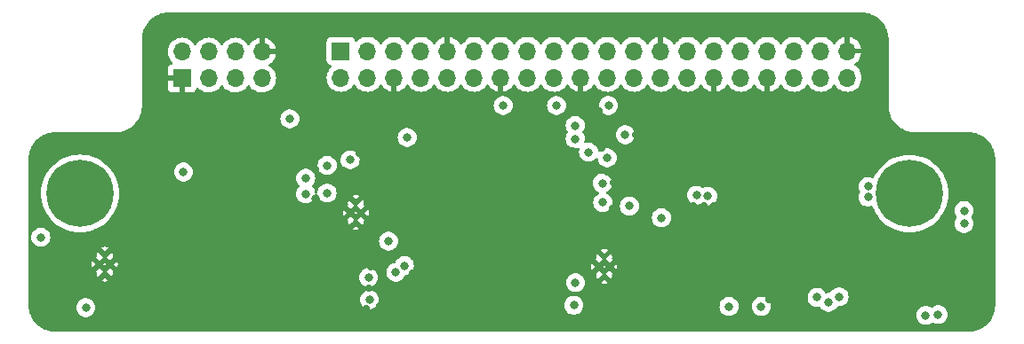
<source format=gbr>
%TF.GenerationSoftware,KiCad,Pcbnew,7.0.8*%
%TF.CreationDate,2024-02-12T21:11:38+01:00*%
%TF.ProjectId,HatV4,48617456-342e-46b6-9963-61645f706362,V2*%
%TF.SameCoordinates,Original*%
%TF.FileFunction,Copper,L3,Inr*%
%TF.FilePolarity,Positive*%
%FSLAX46Y46*%
G04 Gerber Fmt 4.6, Leading zero omitted, Abs format (unit mm)*
G04 Created by KiCad (PCBNEW 7.0.8) date 2024-02-12 21:11:38*
%MOMM*%
%LPD*%
G01*
G04 APERTURE LIST*
%TA.AperFunction,ComponentPad*%
%ADD10R,1.700000X1.700000*%
%TD*%
%TA.AperFunction,ComponentPad*%
%ADD11O,1.700000X1.700000*%
%TD*%
%TA.AperFunction,ComponentPad*%
%ADD12C,0.500000*%
%TD*%
%TA.AperFunction,ComponentPad*%
%ADD13C,0.800000*%
%TD*%
%TA.AperFunction,ComponentPad*%
%ADD14C,6.400000*%
%TD*%
%TA.AperFunction,ViaPad*%
%ADD15C,0.800000*%
%TD*%
%TA.AperFunction,ViaPad*%
%ADD16C,0.700000*%
%TD*%
G04 APERTURE END LIST*
D10*
%TO.N,+3V3*%
%TO.C,J5*%
X130225800Y-90322400D03*
D11*
%TO.N,+5V*%
X130225800Y-92862400D03*
%TO.N,/I2C_GP5_DAT*%
X132765800Y-90322400D03*
%TO.N,+5V*%
X132765800Y-92862400D03*
%TO.N,/I2C_GP5_CLK*%
X135305800Y-90322400D03*
%TO.N,GND*%
X135305800Y-92862400D03*
%TO.N,/MCLK05*%
X137845800Y-90322400D03*
%TO.N,/UART1_TX*%
X137845800Y-92862400D03*
%TO.N,GND*%
X140385800Y-90322400D03*
%TO.N,/UART1_RX*%
X140385800Y-92862400D03*
%TO.N,/UART1_RTS*%
X142925800Y-90322400D03*
%TO.N,/I2S2_CLK*%
X142925800Y-92862400D03*
%TO.N,/PWM01*%
X145465800Y-90322400D03*
%TO.N,GND*%
X145465800Y-92862400D03*
%TO.N,/GPIO27_PWM2*%
X148005800Y-90322400D03*
%TO.N,/GPIO8_AO_DMIC_IN_DAT*%
X148005800Y-92862400D03*
%TO.N,+3V3*%
X150545800Y-90322400D03*
%TO.N,/GPIO35_PWM3*%
X150545800Y-92862400D03*
%TO.N,/SPI1_MOSI*%
X153085800Y-90322400D03*
%TO.N,GND*%
X153085800Y-92862400D03*
%TO.N,/SPI1_MISO*%
X155625800Y-90322400D03*
%TO.N,/GPIO17_40HEADER*%
X155625800Y-92862400D03*
%TO.N,/SPI1_SCK*%
X158165800Y-90322400D03*
%TO.N,/SPI1_CS0*%
X158165800Y-92862400D03*
%TO.N,GND*%
X160705800Y-90322400D03*
%TO.N,/SPI1_CS1*%
X160705800Y-92862400D03*
%TO.N,/I2C_GP2_DAT*%
X163245800Y-90322400D03*
%TO.N,/I2C_GP2_CLK*%
X163245800Y-92862400D03*
%TO.N,/CAN0_DIN*%
X165785800Y-90322400D03*
%TO.N,GND*%
X165785800Y-92862400D03*
%TO.N,/CAN0_DOUT*%
X168325800Y-90322400D03*
%TO.N,/GPIO9_CAN1_GPIO0_DMIC_CLK*%
X168325800Y-92862400D03*
%TO.N,/CAN1_DOUT*%
X170865800Y-90322400D03*
%TO.N,GND*%
X170865800Y-92862400D03*
%TO.N,/I2S_FS*%
X173405800Y-90322400D03*
%TO.N,/UART1_CTS*%
X173405800Y-92862400D03*
%TO.N,/CAN1_DIN*%
X175945800Y-90322400D03*
%TO.N,/I2S_SDIN*%
X175945800Y-92862400D03*
%TO.N,GND*%
X178485800Y-90322400D03*
%TO.N,/I2S_SDOUT*%
X178485800Y-92862400D03*
%TD*%
D12*
%TO.N,GND*%
%TO.C,U1*%
X107226422Y-110681222D03*
X107726422Y-109781222D03*
X107726422Y-111581222D03*
X108226422Y-110681222D03*
%TD*%
%TO.N,GND*%
%TO.C,U7*%
X154803978Y-110903578D03*
X155303978Y-110003578D03*
X155303978Y-111803578D03*
X155803978Y-110903578D03*
%TD*%
D13*
%TO.N,N/C*%
%TO.C,H1*%
X102980438Y-103923800D03*
X103683382Y-102226744D03*
X103683382Y-105620856D03*
X105380438Y-101523800D03*
D14*
X105380438Y-103923800D03*
D13*
X105380438Y-106323800D03*
X107077494Y-102226744D03*
X107077494Y-105620856D03*
X107780438Y-103923800D03*
%TD*%
D12*
%TO.N,GND*%
%TO.C,U3*%
X131160022Y-105755022D03*
X131660022Y-104855022D03*
X131660022Y-106655022D03*
X132160022Y-105755022D03*
%TD*%
D13*
%TO.N,N/C*%
%TO.C,H2*%
X181979438Y-103935962D03*
X182682382Y-102238906D03*
X182682382Y-105633018D03*
X184379438Y-101535962D03*
D14*
X184379438Y-103935962D03*
D13*
X184379438Y-106335962D03*
X186076494Y-102238906D03*
X186076494Y-105633018D03*
X186779438Y-103935962D03*
%TD*%
D10*
%TO.N,GND*%
%TO.C,J6*%
X115087400Y-92938600D03*
D11*
%TO.N,/I2C_GP5_DAT*%
X115087400Y-90398600D03*
%TO.N,/I2C_GP5_CLK*%
X117627400Y-92938600D03*
%TO.N,/PWM01*%
X117627400Y-90398600D03*
%TO.N,/GPIO27_PWM2*%
X120167400Y-92938600D03*
%TO.N,/GPIO35_PWM3*%
X120167400Y-90398600D03*
%TO.N,/GPIO8_AO_DMIC_IN_DAT*%
X122707400Y-92938600D03*
%TO.N,GND*%
X122707400Y-90398600D03*
%TD*%
D15*
%TO.N,+5V*%
X134772400Y-108483400D03*
X152425400Y-114597500D03*
X105943400Y-114833400D03*
D16*
%TO.N,GND*%
X143408400Y-107975400D03*
X118135400Y-105435400D03*
D15*
X127787400Y-104419400D03*
X108610400Y-99085400D03*
D16*
X132918200Y-112953800D03*
X162204400Y-107213400D03*
D15*
X162077400Y-89108900D03*
X157361254Y-114597500D03*
D16*
X125374400Y-98069400D03*
X161696400Y-108483400D03*
X162712400Y-113817400D03*
X115216227Y-105204266D03*
X166014400Y-114579400D03*
X134391400Y-107213400D03*
X116484400Y-105054400D03*
D15*
X165919831Y-110928831D03*
D16*
X180746400Y-105562400D03*
X176682400Y-101879400D03*
X121691400Y-111658400D03*
D15*
X179476400Y-98831400D03*
X173634400Y-99339400D03*
X171348400Y-96799400D03*
D16*
X178460400Y-101752400D03*
X149250400Y-102641400D03*
X166522400Y-109499400D03*
X177876200Y-109194600D03*
X102641400Y-107340400D03*
X166014400Y-108229400D03*
D15*
X171297600Y-99364800D03*
D16*
X167792400Y-109753400D03*
X132609926Y-114943815D03*
X143408400Y-101879400D03*
X127406400Y-114579400D03*
X127787400Y-101625400D03*
X129438400Y-96545400D03*
X124485400Y-113563400D03*
D15*
X191465200Y-103124000D03*
D16*
X123977400Y-105308400D03*
X130581400Y-110896400D03*
X152298400Y-101625400D03*
X158265403Y-98323400D03*
X175158400Y-102006400D03*
D15*
X189128400Y-115595400D03*
D16*
X152171400Y-106959400D03*
X150901400Y-102768400D03*
D15*
X149656800Y-113741200D03*
D16*
X139344400Y-102895400D03*
X147599400Y-103327200D03*
X176555400Y-106959400D03*
D15*
X175900973Y-99296500D03*
D16*
X169062400Y-111564900D03*
X141884400Y-97307400D03*
X172059600Y-108381800D03*
X155092400Y-99593400D03*
D15*
X172491400Y-95021400D03*
D16*
X134137400Y-111658400D03*
X120929400Y-107848400D03*
X170332400Y-111277400D03*
X153822400Y-114579400D03*
X179019200Y-110159800D03*
X113817400Y-108483400D03*
D15*
X142265400Y-110693200D03*
D16*
X137058400Y-111531400D03*
X125247400Y-105130600D03*
D15*
X144297400Y-109829600D03*
D16*
X137820400Y-103403400D03*
X129438400Y-98323400D03*
X177571400Y-105816400D03*
X173634400Y-102641400D03*
X173507400Y-111734600D03*
X142392400Y-109245400D03*
D15*
X191592200Y-105918000D03*
D16*
X118643400Y-108229400D03*
X146329400Y-107848400D03*
D15*
X177190400Y-100279200D03*
D16*
X129007814Y-107290522D03*
X176733200Y-108356400D03*
X126644400Y-105156000D03*
X166903400Y-105867200D03*
D15*
X148082000Y-113665000D03*
X175920400Y-96799400D03*
X112623600Y-100660200D03*
D16*
X131216400Y-114960400D03*
D15*
X168402000Y-104980878D03*
D16*
X119659400Y-109245400D03*
X148818600Y-105181400D03*
D15*
X177571400Y-103809800D03*
D16*
X166014400Y-113055400D03*
X165735000Y-105130600D03*
X116738400Y-113817400D03*
X188112400Y-116484400D03*
X174396400Y-104927400D03*
X154965400Y-106070400D03*
D15*
X147980400Y-110388400D03*
D16*
X156108400Y-105308400D03*
X125852822Y-111781222D03*
D15*
X105308400Y-98882200D03*
X101955600Y-99517200D03*
D16*
X176682400Y-110159800D03*
X167284400Y-111564900D03*
X160934400Y-109499400D03*
X133934200Y-114681000D03*
X147726400Y-108610400D03*
X156210000Y-103911400D03*
X164236400Y-114071400D03*
X170332400Y-107721400D03*
X131851400Y-111277400D03*
X122580400Y-105816400D03*
X119786400Y-106070400D03*
X177850800Y-111150400D03*
X178993800Y-112064800D03*
X145440400Y-97307400D03*
X113944400Y-112547400D03*
X121183400Y-106070400D03*
X138074400Y-108483400D03*
X139852400Y-99085400D03*
D15*
X140868400Y-113563400D03*
D16*
X123977400Y-108483400D03*
X168376600Y-105867200D03*
X136804400Y-107340400D03*
X152806400Y-95529400D03*
X118389400Y-113182400D03*
X145440400Y-99085400D03*
X163830000Y-105079800D03*
X164795200Y-105054400D03*
D15*
X144297400Y-111252000D03*
D16*
X176733200Y-112090200D03*
X171602400Y-110261400D03*
D15*
X173634400Y-96799400D03*
D16*
X150774400Y-99847400D03*
X172618400Y-104927400D03*
X116006543Y-101020543D03*
D15*
X182270400Y-113944400D03*
D16*
X122961400Y-109753400D03*
X151841200Y-108254800D03*
X141884400Y-101625400D03*
X180238400Y-101879400D03*
X179222400Y-105841800D03*
X131978400Y-100101400D03*
D15*
X144297400Y-94259400D03*
D16*
X121183400Y-109753400D03*
D15*
X141757400Y-89179400D03*
D16*
X153466800Y-106045000D03*
X152298400Y-99847400D03*
X156210000Y-102920800D03*
X122453400Y-107975400D03*
D15*
X149656800Y-112369600D03*
D16*
X155600400Y-101868500D03*
D15*
X156108400Y-106451400D03*
D16*
X126009400Y-114020600D03*
X123342400Y-112547400D03*
X170332400Y-105562400D03*
D15*
X148132800Y-112318800D03*
D16*
X112674400Y-97053400D03*
D15*
X104038400Y-113131600D03*
D16*
X138709400Y-110261400D03*
X115087400Y-113563400D03*
D15*
X140614400Y-112039400D03*
D16*
X169062400Y-108737400D03*
X141851338Y-99060929D03*
X131978400Y-96545400D03*
X154076400Y-101904800D03*
D15*
X189636400Y-99339400D03*
D16*
X124358400Y-110388400D03*
X161327478Y-112807587D03*
X170967400Y-114071400D03*
X187528200Y-109423200D03*
D15*
X134137400Y-94894400D03*
D16*
X144932400Y-107873800D03*
X114706400Y-106959400D03*
X179019200Y-108356400D03*
X119913400Y-111785400D03*
D15*
X146253200Y-109778800D03*
D16*
X118516400Y-110722222D03*
X129438400Y-110007400D03*
D15*
X165023800Y-101727000D03*
X191160400Y-100863400D03*
D16*
X116484400Y-97053400D03*
X133045200Y-110947200D03*
X154838400Y-96037400D03*
D15*
X146202400Y-111226600D03*
D16*
X148996400Y-100609400D03*
X112445800Y-109042200D03*
X162280600Y-105892600D03*
X129235200Y-114960400D03*
D15*
X179222400Y-96799400D03*
D16*
X129591822Y-108737400D03*
X171856400Y-102768400D03*
X140868400Y-102895400D03*
D15*
X142773400Y-105816400D03*
%TO.N,+3V3*%
X185929396Y-115571396D03*
X189585600Y-105562400D03*
X152577800Y-112445800D03*
X157708600Y-105130600D03*
X175590200Y-113842800D03*
X189585600Y-106807000D03*
X128905000Y-103880700D03*
X128930400Y-101244400D03*
X187121800Y-115493800D03*
%TO.N,/UART1_TX*%
X136550400Y-98577400D03*
X136271000Y-110820200D03*
%TO.N,/UART1_RX*%
X135458200Y-111455200D03*
%TO.N,/GPIO27_PWM2*%
X145694400Y-95529400D03*
X125374400Y-96799400D03*
%TO.N,/SPI1_MISO*%
X155727400Y-95529400D03*
%TO.N,/GPIO17_40HEADER*%
X153822400Y-99974400D03*
X165160393Y-104177936D03*
%TO.N,/SPI1_CS0*%
X155600400Y-100519500D03*
X157315900Y-98323400D03*
%TO.N,/CAN0_DIN*%
X101650800Y-108102400D03*
X115229452Y-101869052D03*
X152552400Y-97434400D03*
%TO.N,/CAN0_DOUT*%
X150774400Y-95529400D03*
X131114800Y-100711000D03*
X126873000Y-103962200D03*
X126873000Y-102463600D03*
%TO.N,/CAN1_DOUT*%
X152552400Y-98704400D03*
%TO.N,/CAN1_DIN*%
X170267867Y-114713436D03*
X167193051Y-114713480D03*
%TO.N,/RS232 to UART/RIN1*%
X177673000Y-113792000D03*
%TO.N,/RS232 to UART/DOUT1*%
X176682400Y-114325400D03*
%TO.N,/CAN BUS SPI/CHS-*%
X180448393Y-104271185D03*
%TO.N,/CAN BUS SPI/CHS+*%
X180448393Y-103271185D03*
%TO.N,/CAN BUS SPI/RDX_SPI*%
X160756600Y-106248200D03*
X164109400Y-104089200D03*
%TO.N,/CAN BUS 0/CH0+*%
X132856422Y-111952222D03*
%TO.N,/CAN BUS 0/CH0-*%
X132958022Y-114060422D03*
%TO.N,/CAN BUS 1/CH1+*%
X155143200Y-102946200D03*
%TO.N,/CAN BUS 1/CH1-*%
X155168600Y-104795700D03*
%TD*%
%TA.AperFunction,Conductor*%
%TO.N,GND*%
G36*
X179859137Y-86639998D02*
G01*
X179892441Y-86641867D01*
X179973003Y-86646392D01*
X180145091Y-86656801D01*
X180151697Y-86657560D01*
X180223307Y-86669727D01*
X180287743Y-86680677D01*
X180380862Y-86697740D01*
X180436627Y-86707960D01*
X180442598Y-86709363D01*
X180579432Y-86748784D01*
X180720250Y-86792665D01*
X180725492Y-86794564D01*
X180858820Y-86849791D01*
X180992009Y-86909734D01*
X180996547Y-86912005D01*
X181069621Y-86952391D01*
X181123822Y-86982347D01*
X181123839Y-86982356D01*
X181248335Y-87057617D01*
X181252139Y-87060111D01*
X181370126Y-87143827D01*
X181372472Y-87145576D01*
X181467816Y-87220274D01*
X181485732Y-87234310D01*
X181488809Y-87236886D01*
X181596830Y-87333418D01*
X181599357Y-87335808D01*
X181700990Y-87437441D01*
X181703380Y-87439968D01*
X181799912Y-87547989D01*
X181802488Y-87551066D01*
X181891211Y-87664312D01*
X181892971Y-87666672D01*
X181976687Y-87784659D01*
X181979181Y-87788463D01*
X182054443Y-87912960D01*
X182124793Y-88040251D01*
X182127068Y-88044798D01*
X182187009Y-88177981D01*
X182242231Y-88311299D01*
X182244144Y-88316583D01*
X182267033Y-88390034D01*
X182288031Y-88457421D01*
X182327432Y-88594190D01*
X182328840Y-88600181D01*
X182356122Y-88749056D01*
X182379235Y-88885083D01*
X182379999Y-88891730D01*
X182390412Y-89063875D01*
X182396802Y-89177663D01*
X182396900Y-89181141D01*
X182396900Y-95672077D01*
X182428845Y-95955605D01*
X182428848Y-95955619D01*
X182492342Y-96233808D01*
X182492346Y-96233820D01*
X182586583Y-96503132D01*
X182586592Y-96503154D01*
X182710387Y-96760218D01*
X182711200Y-96761512D01*
X182862203Y-97001831D01*
X183040111Y-97224921D01*
X183241879Y-97426689D01*
X183464969Y-97604597D01*
X183642673Y-97716256D01*
X183706581Y-97756412D01*
X183963645Y-97880207D01*
X183963654Y-97880210D01*
X183963661Y-97880214D01*
X183963667Y-97880216D01*
X184232979Y-97974453D01*
X184232991Y-97974457D01*
X184511180Y-98037952D01*
X184511189Y-98037953D01*
X184511194Y-98037954D01*
X184700212Y-98059250D01*
X184794723Y-98069899D01*
X184794726Y-98069900D01*
X184794729Y-98069900D01*
X184937301Y-98069900D01*
X190015660Y-98069900D01*
X190019137Y-98069998D01*
X190052441Y-98071867D01*
X190133003Y-98076392D01*
X190305091Y-98086801D01*
X190311697Y-98087560D01*
X190383307Y-98099727D01*
X190447743Y-98110677D01*
X190540862Y-98127740D01*
X190596627Y-98137960D01*
X190602598Y-98139363D01*
X190739432Y-98178784D01*
X190880250Y-98222665D01*
X190885492Y-98224564D01*
X191018820Y-98279791D01*
X191152009Y-98339734D01*
X191156547Y-98342005D01*
X191229621Y-98382391D01*
X191283822Y-98412347D01*
X191283839Y-98412356D01*
X191408335Y-98487617D01*
X191412138Y-98490110D01*
X191448823Y-98516140D01*
X191530126Y-98573827D01*
X191532472Y-98575576D01*
X191627816Y-98650274D01*
X191645732Y-98664310D01*
X191648809Y-98666886D01*
X191756830Y-98763418D01*
X191759357Y-98765808D01*
X191860990Y-98867441D01*
X191863380Y-98869968D01*
X191959912Y-98977989D01*
X191962488Y-98981066D01*
X192051211Y-99094312D01*
X192052971Y-99096672D01*
X192136687Y-99214659D01*
X192139181Y-99218463D01*
X192214443Y-99342960D01*
X192284793Y-99470251D01*
X192287068Y-99474798D01*
X192347009Y-99607981D01*
X192402231Y-99741299D01*
X192404144Y-99746583D01*
X192416471Y-99786139D01*
X192448031Y-99887421D01*
X192487432Y-100024190D01*
X192488840Y-100030181D01*
X192516122Y-100179056D01*
X192539235Y-100315083D01*
X192539999Y-100321730D01*
X192550412Y-100493875D01*
X192556802Y-100607663D01*
X192556900Y-100611141D01*
X192556900Y-114577658D01*
X192556802Y-114581136D01*
X192550412Y-114694924D01*
X192539999Y-114867068D01*
X192539235Y-114873715D01*
X192516122Y-115009743D01*
X192488840Y-115158617D01*
X192487432Y-115164608D01*
X192448025Y-115301401D01*
X192404144Y-115442215D01*
X192402231Y-115447499D01*
X192347009Y-115580818D01*
X192287068Y-115714000D01*
X192284794Y-115718547D01*
X192214443Y-115845839D01*
X192139181Y-115970336D01*
X192136687Y-115974139D01*
X192052971Y-116092126D01*
X192051211Y-116094486D01*
X191962488Y-116207732D01*
X191959912Y-116210809D01*
X191863380Y-116318830D01*
X191860990Y-116321357D01*
X191759357Y-116422990D01*
X191756830Y-116425380D01*
X191648809Y-116521912D01*
X191645732Y-116524488D01*
X191532486Y-116613211D01*
X191530126Y-116614971D01*
X191412139Y-116698687D01*
X191408336Y-116701181D01*
X191283839Y-116776443D01*
X191156547Y-116846794D01*
X191152000Y-116849068D01*
X191018818Y-116909009D01*
X190885499Y-116964231D01*
X190880215Y-116966144D01*
X190762631Y-117002785D01*
X190739390Y-117010027D01*
X190602608Y-117049432D01*
X190596617Y-117050840D01*
X190447743Y-117078122D01*
X190311715Y-117101235D01*
X190305068Y-117101999D01*
X190132924Y-117112412D01*
X190019136Y-117118802D01*
X190015658Y-117118900D01*
X103024142Y-117118900D01*
X103020665Y-117118802D01*
X102906875Y-117112412D01*
X102734730Y-117101999D01*
X102728083Y-117101235D01*
X102592056Y-117078122D01*
X102443181Y-117050840D01*
X102437190Y-117049432D01*
X102300421Y-117010031D01*
X102233034Y-116989033D01*
X102159583Y-116966144D01*
X102154299Y-116964231D01*
X102020981Y-116909009D01*
X101887798Y-116849068D01*
X101883251Y-116846793D01*
X101755960Y-116776443D01*
X101631463Y-116701181D01*
X101627659Y-116698687D01*
X101509672Y-116614971D01*
X101507312Y-116613211D01*
X101394066Y-116524488D01*
X101390989Y-116521912D01*
X101282968Y-116425380D01*
X101280441Y-116422990D01*
X101178808Y-116321357D01*
X101176418Y-116318830D01*
X101079886Y-116210809D01*
X101077310Y-116207732D01*
X101045154Y-116166688D01*
X100988576Y-116094472D01*
X100986827Y-116092126D01*
X100903111Y-115974139D01*
X100900617Y-115970335D01*
X100825356Y-115845839D01*
X100755005Y-115718547D01*
X100752730Y-115714000D01*
X100692790Y-115580818D01*
X100637564Y-115447492D01*
X100635665Y-115442250D01*
X100591775Y-115301401D01*
X100552363Y-115164598D01*
X100550960Y-115158627D01*
X100536873Y-115081757D01*
X100523677Y-115009743D01*
X100508694Y-114921566D01*
X100500560Y-114873697D01*
X100499801Y-114867091D01*
X100497763Y-114833400D01*
X105037940Y-114833400D01*
X105057726Y-115021656D01*
X105057727Y-115021659D01*
X105116218Y-115201677D01*
X105116221Y-115201684D01*
X105210867Y-115365616D01*
X105329734Y-115497631D01*
X105337529Y-115506288D01*
X105490665Y-115617548D01*
X105490670Y-115617551D01*
X105663592Y-115694542D01*
X105663597Y-115694544D01*
X105848754Y-115733900D01*
X105848755Y-115733900D01*
X106038044Y-115733900D01*
X106038046Y-115733900D01*
X106223203Y-115694544D01*
X106396130Y-115617551D01*
X106549271Y-115506288D01*
X106675933Y-115365616D01*
X106770579Y-115201684D01*
X106829074Y-115021656D01*
X106848860Y-114833400D01*
X106829074Y-114645144D01*
X106770579Y-114465116D01*
X106675933Y-114301184D01*
X106549271Y-114160512D01*
X106549270Y-114160511D01*
X106411510Y-114060422D01*
X132052562Y-114060422D01*
X132072348Y-114248678D01*
X132072349Y-114248681D01*
X132130840Y-114428699D01*
X132130843Y-114428706D01*
X132225489Y-114592638D01*
X132331390Y-114710253D01*
X132352151Y-114733310D01*
X132505287Y-114844570D01*
X132505292Y-114844573D01*
X132678214Y-114921564D01*
X132678219Y-114921566D01*
X132863376Y-114960922D01*
X132863377Y-114960922D01*
X133052666Y-114960922D01*
X133052668Y-114960922D01*
X133237825Y-114921566D01*
X133410752Y-114844573D01*
X133563893Y-114733310D01*
X133686177Y-114597500D01*
X151519940Y-114597500D01*
X151539726Y-114785756D01*
X151540210Y-114787245D01*
X151598218Y-114965777D01*
X151598221Y-114965784D01*
X151692867Y-115129716D01*
X151758959Y-115203118D01*
X151819529Y-115270388D01*
X151972665Y-115381648D01*
X151972670Y-115381651D01*
X152145592Y-115458642D01*
X152145597Y-115458644D01*
X152330754Y-115498000D01*
X152330755Y-115498000D01*
X152520044Y-115498000D01*
X152520046Y-115498000D01*
X152705203Y-115458644D01*
X152878130Y-115381651D01*
X153031271Y-115270388D01*
X153157933Y-115129716D01*
X153252579Y-114965784D01*
X153311074Y-114785756D01*
X153318670Y-114713480D01*
X166287591Y-114713480D01*
X166307377Y-114901736D01*
X166307378Y-114901739D01*
X166365869Y-115081757D01*
X166365872Y-115081764D01*
X166460518Y-115245696D01*
X166587140Y-115386324D01*
X166587180Y-115386368D01*
X166740316Y-115497628D01*
X166740321Y-115497631D01*
X166913243Y-115574622D01*
X166913248Y-115574624D01*
X167098405Y-115613980D01*
X167098406Y-115613980D01*
X167287695Y-115613980D01*
X167287697Y-115613980D01*
X167472854Y-115574624D01*
X167645781Y-115497631D01*
X167798922Y-115386368D01*
X167925584Y-115245696D01*
X168020230Y-115081764D01*
X168078725Y-114901736D01*
X168098511Y-114713480D01*
X168098506Y-114713436D01*
X169362407Y-114713436D01*
X169382193Y-114901692D01*
X169382194Y-114901695D01*
X169440685Y-115081713D01*
X169440688Y-115081720D01*
X169535334Y-115245652D01*
X169643349Y-115365614D01*
X169661996Y-115386324D01*
X169815132Y-115497584D01*
X169815137Y-115497587D01*
X169988059Y-115574578D01*
X169988064Y-115574580D01*
X170173221Y-115613936D01*
X170173222Y-115613936D01*
X170362511Y-115613936D01*
X170362513Y-115613936D01*
X170547670Y-115574580D01*
X170554821Y-115571396D01*
X185023936Y-115571396D01*
X185043722Y-115759652D01*
X185043723Y-115759655D01*
X185102214Y-115939673D01*
X185102217Y-115939680D01*
X185196863Y-116103612D01*
X185293384Y-116210809D01*
X185323525Y-116244284D01*
X185476661Y-116355544D01*
X185476666Y-116355547D01*
X185649588Y-116432538D01*
X185649593Y-116432540D01*
X185834750Y-116471896D01*
X185834751Y-116471896D01*
X186024040Y-116471896D01*
X186024042Y-116471896D01*
X186209199Y-116432540D01*
X186382126Y-116355547D01*
X186506115Y-116265463D01*
X186571919Y-116241985D01*
X186639972Y-116257810D01*
X186651882Y-116265464D01*
X186669066Y-116277948D01*
X186669070Y-116277951D01*
X186841992Y-116354942D01*
X186841997Y-116354944D01*
X187027154Y-116394300D01*
X187027155Y-116394300D01*
X187216444Y-116394300D01*
X187216446Y-116394300D01*
X187401603Y-116354944D01*
X187574530Y-116277951D01*
X187727671Y-116166688D01*
X187854333Y-116026016D01*
X187948979Y-115862084D01*
X188007474Y-115682056D01*
X188027260Y-115493800D01*
X188007474Y-115305544D01*
X187948979Y-115125516D01*
X187854333Y-114961584D01*
X187727671Y-114820912D01*
X187727670Y-114820911D01*
X187574534Y-114709651D01*
X187574529Y-114709648D01*
X187401607Y-114632657D01*
X187401602Y-114632655D01*
X187255801Y-114601665D01*
X187216446Y-114593300D01*
X187027154Y-114593300D01*
X186994697Y-114600198D01*
X186841997Y-114632655D01*
X186841992Y-114632657D01*
X186669070Y-114709648D01*
X186669066Y-114709650D01*
X186545080Y-114799731D01*
X186479274Y-114823210D01*
X186411220Y-114807384D01*
X186399311Y-114799730D01*
X186382130Y-114787247D01*
X186382125Y-114787244D01*
X186209203Y-114710253D01*
X186209198Y-114710251D01*
X186061708Y-114678902D01*
X186024042Y-114670896D01*
X185834750Y-114670896D01*
X185802293Y-114677794D01*
X185649593Y-114710251D01*
X185649588Y-114710253D01*
X185476666Y-114787244D01*
X185476661Y-114787247D01*
X185323525Y-114898507D01*
X185196862Y-115039181D01*
X185102217Y-115203111D01*
X185102214Y-115203118D01*
X185044206Y-115381651D01*
X185043722Y-115383140D01*
X185023936Y-115571396D01*
X170554821Y-115571396D01*
X170720597Y-115497587D01*
X170873738Y-115386324D01*
X171000400Y-115245652D01*
X171095046Y-115081720D01*
X171153541Y-114901692D01*
X171173327Y-114713436D01*
X171153541Y-114525180D01*
X171095046Y-114345152D01*
X171000400Y-114181220D01*
X170873738Y-114040548D01*
X170873737Y-114040547D01*
X170720601Y-113929287D01*
X170720596Y-113929284D01*
X170547674Y-113852293D01*
X170547669Y-113852291D01*
X170503016Y-113842800D01*
X174684740Y-113842800D01*
X174704526Y-114031056D01*
X174704527Y-114031059D01*
X174763018Y-114211077D01*
X174763021Y-114211084D01*
X174857667Y-114375016D01*
X174938793Y-114465115D01*
X174984329Y-114515688D01*
X175137465Y-114626948D01*
X175137470Y-114626951D01*
X175310392Y-114703942D01*
X175310397Y-114703944D01*
X175495554Y-114743300D01*
X175495555Y-114743300D01*
X175684844Y-114743300D01*
X175684846Y-114743300D01*
X175773992Y-114724351D01*
X175843655Y-114729666D01*
X175899389Y-114771803D01*
X175907157Y-114783641D01*
X175949866Y-114857614D01*
X175949865Y-114857614D01*
X176076529Y-114998288D01*
X176229665Y-115109548D01*
X176229670Y-115109551D01*
X176402592Y-115186542D01*
X176402597Y-115186544D01*
X176587754Y-115225900D01*
X176587755Y-115225900D01*
X176777044Y-115225900D01*
X176777046Y-115225900D01*
X176962203Y-115186544D01*
X177135130Y-115109551D01*
X177288271Y-114998288D01*
X177414933Y-114857616D01*
X177474467Y-114754500D01*
X177525034Y-114706285D01*
X177581854Y-114692500D01*
X177767644Y-114692500D01*
X177767646Y-114692500D01*
X177952803Y-114653144D01*
X178125730Y-114576151D01*
X178278871Y-114464888D01*
X178405533Y-114324216D01*
X178500179Y-114160284D01*
X178558674Y-113980256D01*
X178578460Y-113792000D01*
X178558674Y-113603744D01*
X178500179Y-113423716D01*
X178405533Y-113259784D01*
X178278871Y-113119112D01*
X178278870Y-113119111D01*
X178125734Y-113007851D01*
X178125729Y-113007848D01*
X177952807Y-112930857D01*
X177952802Y-112930855D01*
X177807001Y-112899865D01*
X177767646Y-112891500D01*
X177578354Y-112891500D01*
X177545897Y-112898398D01*
X177393197Y-112930855D01*
X177393192Y-112930857D01*
X177220270Y-113007848D01*
X177220265Y-113007851D01*
X177067129Y-113119111D01*
X176940466Y-113259785D01*
X176880933Y-113362900D01*
X176830366Y-113411115D01*
X176773546Y-113424900D01*
X176587749Y-113424900D01*
X176498608Y-113443847D01*
X176428941Y-113438531D01*
X176373208Y-113396394D01*
X176365447Y-113384566D01*
X176322733Y-113310584D01*
X176196071Y-113169912D01*
X176126151Y-113119112D01*
X176042934Y-113058651D01*
X176042929Y-113058648D01*
X175870007Y-112981657D01*
X175870002Y-112981655D01*
X175724201Y-112950665D01*
X175684846Y-112942300D01*
X175495554Y-112942300D01*
X175463097Y-112949198D01*
X175310397Y-112981655D01*
X175310392Y-112981657D01*
X175137470Y-113058648D01*
X175137465Y-113058651D01*
X174984329Y-113169911D01*
X174857666Y-113310585D01*
X174763021Y-113474515D01*
X174763018Y-113474522D01*
X174721033Y-113603740D01*
X174704526Y-113654544D01*
X174684740Y-113842800D01*
X170503016Y-113842800D01*
X170401868Y-113821301D01*
X170362513Y-113812936D01*
X170173221Y-113812936D01*
X170140764Y-113819834D01*
X169988064Y-113852291D01*
X169988059Y-113852293D01*
X169815137Y-113929284D01*
X169815132Y-113929287D01*
X169661996Y-114040547D01*
X169535333Y-114181221D01*
X169440688Y-114345151D01*
X169440685Y-114345158D01*
X169413539Y-114428706D01*
X169382193Y-114525180D01*
X169362407Y-114713436D01*
X168098506Y-114713436D01*
X168078725Y-114525224D01*
X168020230Y-114345196D01*
X167925584Y-114181264D01*
X167798922Y-114040592D01*
X167798921Y-114040591D01*
X167645785Y-113929331D01*
X167645780Y-113929328D01*
X167472858Y-113852337D01*
X167472853Y-113852335D01*
X167327052Y-113821345D01*
X167287697Y-113812980D01*
X167098405Y-113812980D01*
X167065948Y-113819878D01*
X166913248Y-113852335D01*
X166913243Y-113852337D01*
X166740321Y-113929328D01*
X166740316Y-113929331D01*
X166587180Y-114040591D01*
X166460517Y-114181265D01*
X166365872Y-114345195D01*
X166365869Y-114345202D01*
X166307391Y-114525180D01*
X166307377Y-114525224D01*
X166287591Y-114713480D01*
X153318670Y-114713480D01*
X153330860Y-114597500D01*
X153311074Y-114409244D01*
X153252579Y-114229216D01*
X153157933Y-114065284D01*
X153031271Y-113924612D01*
X153031270Y-113924611D01*
X152878134Y-113813351D01*
X152878129Y-113813348D01*
X152705207Y-113736357D01*
X152705202Y-113736355D01*
X152559401Y-113705365D01*
X152520046Y-113697000D01*
X152330754Y-113697000D01*
X152298297Y-113703898D01*
X152145597Y-113736355D01*
X152145592Y-113736357D01*
X151972670Y-113813348D01*
X151972665Y-113813351D01*
X151819529Y-113924611D01*
X151692866Y-114065285D01*
X151598221Y-114229215D01*
X151598218Y-114229222D01*
X151550848Y-114375014D01*
X151539726Y-114409244D01*
X151519940Y-114597500D01*
X133686177Y-114597500D01*
X133690555Y-114592638D01*
X133785201Y-114428706D01*
X133843696Y-114248678D01*
X133863482Y-114060422D01*
X133843696Y-113872166D01*
X133785201Y-113692138D01*
X133690555Y-113528206D01*
X133563893Y-113387534D01*
X133563892Y-113387533D01*
X133410756Y-113276273D01*
X133410751Y-113276270D01*
X133237829Y-113199279D01*
X133237824Y-113199277D01*
X133092023Y-113168287D01*
X133052668Y-113159922D01*
X132863376Y-113159922D01*
X132830919Y-113166820D01*
X132678219Y-113199277D01*
X132678214Y-113199279D01*
X132505292Y-113276270D01*
X132505287Y-113276273D01*
X132352151Y-113387533D01*
X132225488Y-113528207D01*
X132130843Y-113692137D01*
X132130840Y-113692144D01*
X132072349Y-113872162D01*
X132072348Y-113872166D01*
X132052562Y-114060422D01*
X106411510Y-114060422D01*
X106396134Y-114049251D01*
X106396129Y-114049248D01*
X106223207Y-113972257D01*
X106223202Y-113972255D01*
X106077401Y-113941265D01*
X106038046Y-113932900D01*
X105848754Y-113932900D01*
X105816297Y-113939798D01*
X105663597Y-113972255D01*
X105663592Y-113972257D01*
X105490670Y-114049248D01*
X105490665Y-114049251D01*
X105337529Y-114160511D01*
X105210866Y-114301185D01*
X105116221Y-114465115D01*
X105116218Y-114465122D01*
X105061783Y-114632657D01*
X105057726Y-114645144D01*
X105037940Y-114833400D01*
X100497763Y-114833400D01*
X100489392Y-114695003D01*
X100485026Y-114617267D01*
X100482998Y-114581136D01*
X100482900Y-114577659D01*
X100482900Y-112261488D01*
X107399707Y-112261488D01*
X107558478Y-112317046D01*
X107726418Y-112335968D01*
X107726426Y-112335968D01*
X107894365Y-112317046D01*
X108053135Y-112261489D01*
X108053136Y-112261488D01*
X107743870Y-111952222D01*
X131950962Y-111952222D01*
X131970748Y-112140478D01*
X131970749Y-112140481D01*
X132029240Y-112320499D01*
X132029243Y-112320506D01*
X132123889Y-112484438D01*
X132250551Y-112625110D01*
X132403687Y-112736370D01*
X132403692Y-112736373D01*
X132576614Y-112813364D01*
X132576619Y-112813366D01*
X132761776Y-112852722D01*
X132761777Y-112852722D01*
X132951066Y-112852722D01*
X132951068Y-112852722D01*
X133136225Y-112813366D01*
X133309152Y-112736373D01*
X133462293Y-112625110D01*
X133588955Y-112484438D01*
X133611263Y-112445800D01*
X151672340Y-112445800D01*
X151692126Y-112634056D01*
X151692127Y-112634059D01*
X151750618Y-112814077D01*
X151750621Y-112814084D01*
X151845267Y-112978016D01*
X151971929Y-113118688D01*
X152125065Y-113229948D01*
X152125070Y-113229951D01*
X152297992Y-113306942D01*
X152297997Y-113306944D01*
X152483154Y-113346300D01*
X152483155Y-113346300D01*
X152672444Y-113346300D01*
X152672446Y-113346300D01*
X152857603Y-113306944D01*
X153030530Y-113229951D01*
X153183671Y-113118688D01*
X153310333Y-112978016D01*
X153404979Y-112814084D01*
X153463474Y-112634056D01*
X153479262Y-112483844D01*
X154977263Y-112483844D01*
X155136034Y-112539402D01*
X155303974Y-112558324D01*
X155303982Y-112558324D01*
X155471921Y-112539402D01*
X155630691Y-112483845D01*
X155630692Y-112483844D01*
X155303979Y-112157131D01*
X155303978Y-112157131D01*
X154977263Y-112483844D01*
X153479262Y-112483844D01*
X153483260Y-112445800D01*
X153463474Y-112257544D01*
X153404979Y-112077516D01*
X153310333Y-111913584D01*
X153183671Y-111772912D01*
X153171358Y-111763966D01*
X153030534Y-111661651D01*
X153030529Y-111661648D01*
X152857607Y-111584657D01*
X152857602Y-111584655D01*
X152853786Y-111583844D01*
X154477263Y-111583844D01*
X154477291Y-111583968D01*
X154533759Y-111624469D01*
X154559506Y-111689421D01*
X154559248Y-111714670D01*
X154549232Y-111803572D01*
X154549232Y-111803581D01*
X154568153Y-111971516D01*
X154568154Y-111971521D01*
X154623710Y-112130291D01*
X154917932Y-111836070D01*
X155203978Y-111836070D01*
X155242175Y-111888643D01*
X155288140Y-111903578D01*
X155319816Y-111903578D01*
X155365781Y-111888643D01*
X155403978Y-111836070D01*
X155403978Y-111771086D01*
X155365781Y-111718513D01*
X155319816Y-111703578D01*
X155288140Y-111703578D01*
X155242175Y-111718513D01*
X155203978Y-111771086D01*
X155203978Y-111836070D01*
X154917932Y-111836070D01*
X155150425Y-111603578D01*
X155457531Y-111603578D01*
X155984244Y-112130291D01*
X155984245Y-112130291D01*
X156039802Y-111971521D01*
X156058724Y-111803581D01*
X156058724Y-111803575D01*
X156048707Y-111714672D01*
X156060761Y-111645850D01*
X156108110Y-111594470D01*
X156130683Y-111583881D01*
X156130692Y-111583844D01*
X155803978Y-111257131D01*
X155457531Y-111603578D01*
X155150425Y-111603578D01*
X155150425Y-111603577D01*
X154803979Y-111257131D01*
X154803978Y-111257131D01*
X154477263Y-111583844D01*
X152853786Y-111583844D01*
X152711801Y-111553665D01*
X152672446Y-111545300D01*
X152483154Y-111545300D01*
X152467017Y-111548730D01*
X152297997Y-111584655D01*
X152297992Y-111584657D01*
X152125070Y-111661648D01*
X152125065Y-111661651D01*
X151971929Y-111772911D01*
X151845266Y-111913585D01*
X151750621Y-112077515D01*
X151750618Y-112077522D01*
X151730162Y-112140481D01*
X151692126Y-112257544D01*
X151672340Y-112445800D01*
X133611263Y-112445800D01*
X133683601Y-112320506D01*
X133742096Y-112140478D01*
X133761882Y-111952222D01*
X133742096Y-111763966D01*
X133683601Y-111583938D01*
X133609274Y-111455200D01*
X134552740Y-111455200D01*
X134572526Y-111643456D01*
X134572527Y-111643459D01*
X134631018Y-111823477D01*
X134631021Y-111823484D01*
X134725667Y-111987416D01*
X134806793Y-112077515D01*
X134852329Y-112128088D01*
X135005465Y-112239348D01*
X135005470Y-112239351D01*
X135178392Y-112316342D01*
X135178397Y-112316344D01*
X135363554Y-112355700D01*
X135363555Y-112355700D01*
X135552844Y-112355700D01*
X135552846Y-112355700D01*
X135738003Y-112316344D01*
X135910930Y-112239351D01*
X136064071Y-112128088D01*
X136190733Y-111987416D01*
X136285379Y-111823484D01*
X136293175Y-111799490D01*
X136332609Y-111741815D01*
X136385318Y-111716518D01*
X136550803Y-111681344D01*
X136550807Y-111681342D01*
X136550808Y-111681342D01*
X136635900Y-111643456D01*
X136723730Y-111604351D01*
X136876871Y-111493088D01*
X137003533Y-111352416D01*
X137098179Y-111188484D01*
X137156674Y-111008456D01*
X137167697Y-110903581D01*
X154049232Y-110903581D01*
X154068153Y-111071516D01*
X154068154Y-111071521D01*
X154123710Y-111230292D01*
X154417933Y-110936070D01*
X154703978Y-110936070D01*
X154742175Y-110988643D01*
X154788140Y-111003578D01*
X154819816Y-111003578D01*
X154865781Y-110988643D01*
X154903978Y-110936070D01*
X154903978Y-110903578D01*
X155157531Y-110903578D01*
X155303978Y-111050025D01*
X155417933Y-110936070D01*
X155703978Y-110936070D01*
X155742175Y-110988643D01*
X155788140Y-111003578D01*
X155819816Y-111003578D01*
X155865781Y-110988643D01*
X155903978Y-110936070D01*
X155903978Y-110903579D01*
X156157531Y-110903579D01*
X156484244Y-111230292D01*
X156484245Y-111230291D01*
X156539802Y-111071521D01*
X156558724Y-110903581D01*
X156558724Y-110903574D01*
X156539802Y-110735634D01*
X156484244Y-110576863D01*
X156157531Y-110903577D01*
X156157531Y-110903579D01*
X155903978Y-110903579D01*
X155903978Y-110871086D01*
X155865781Y-110818513D01*
X155819816Y-110803578D01*
X155788140Y-110803578D01*
X155742175Y-110818513D01*
X155703978Y-110871086D01*
X155703978Y-110936070D01*
X155417933Y-110936070D01*
X155450425Y-110903578D01*
X155303978Y-110757131D01*
X155157531Y-110903578D01*
X154903978Y-110903578D01*
X154903978Y-110871086D01*
X154865781Y-110818513D01*
X154819816Y-110803578D01*
X154788140Y-110803578D01*
X154742175Y-110818513D01*
X154703978Y-110871086D01*
X154703978Y-110936070D01*
X154417933Y-110936070D01*
X154450425Y-110903578D01*
X154123710Y-110576863D01*
X154068154Y-110735631D01*
X154068153Y-110735636D01*
X154049232Y-110903574D01*
X154049232Y-110903581D01*
X137167697Y-110903581D01*
X137176460Y-110820200D01*
X137156674Y-110631944D01*
X137098179Y-110451916D01*
X137003533Y-110287984D01*
X136945300Y-110223310D01*
X154477262Y-110223310D01*
X154803977Y-110550025D01*
X155150425Y-110203578D01*
X155457531Y-110203578D01*
X155803978Y-110550025D01*
X155803979Y-110550025D01*
X156130692Y-110223310D01*
X156130663Y-110223185D01*
X156074196Y-110182685D01*
X156048449Y-110117733D01*
X156048707Y-110092482D01*
X156058724Y-110003580D01*
X156058724Y-110003574D01*
X156039802Y-109835634D01*
X155984244Y-109676863D01*
X155457531Y-110203577D01*
X155457531Y-110203578D01*
X155150425Y-110203578D01*
X154982917Y-110036070D01*
X155203978Y-110036070D01*
X155242175Y-110088643D01*
X155288140Y-110103578D01*
X155319816Y-110103578D01*
X155365781Y-110088643D01*
X155403978Y-110036070D01*
X155403978Y-109971086D01*
X155365781Y-109918513D01*
X155319816Y-109903578D01*
X155288140Y-109903578D01*
X155242175Y-109918513D01*
X155203978Y-109971086D01*
X155203978Y-110036070D01*
X154982917Y-110036070D01*
X154623710Y-109676863D01*
X154568154Y-109835631D01*
X154568153Y-109835636D01*
X154549232Y-110003574D01*
X154549232Y-110003582D01*
X154559248Y-110092483D01*
X154547193Y-110161305D01*
X154499844Y-110212684D01*
X154477271Y-110223271D01*
X154477262Y-110223310D01*
X136945300Y-110223310D01*
X136876871Y-110147312D01*
X136836159Y-110117733D01*
X136723734Y-110036051D01*
X136723729Y-110036048D01*
X136550807Y-109959057D01*
X136550802Y-109959055D01*
X136405001Y-109928065D01*
X136365646Y-109919700D01*
X136176354Y-109919700D01*
X136143897Y-109926598D01*
X135991197Y-109959055D01*
X135991192Y-109959057D01*
X135818270Y-110036048D01*
X135818265Y-110036051D01*
X135665129Y-110147311D01*
X135538466Y-110287985D01*
X135443821Y-110451915D01*
X135443819Y-110451919D01*
X135436024Y-110475912D01*
X135396586Y-110533587D01*
X135343874Y-110558883D01*
X135178397Y-110594055D01*
X135178392Y-110594057D01*
X135005470Y-110671048D01*
X135005465Y-110671051D01*
X134852329Y-110782311D01*
X134725666Y-110922985D01*
X134631021Y-111086915D01*
X134631018Y-111086922D01*
X134598019Y-111188484D01*
X134572526Y-111266944D01*
X134552740Y-111455200D01*
X133609274Y-111455200D01*
X133588955Y-111420006D01*
X133462293Y-111279334D01*
X133445240Y-111266944D01*
X133309156Y-111168073D01*
X133309151Y-111168070D01*
X133136229Y-111091079D01*
X133136224Y-111091077D01*
X132990423Y-111060087D01*
X132951068Y-111051722D01*
X132761776Y-111051722D01*
X132729319Y-111058620D01*
X132576619Y-111091077D01*
X132576614Y-111091079D01*
X132403692Y-111168070D01*
X132403687Y-111168073D01*
X132250551Y-111279333D01*
X132123888Y-111420007D01*
X132029243Y-111583937D01*
X132029240Y-111583944D01*
X131975557Y-111749165D01*
X131970748Y-111763966D01*
X131950962Y-111952222D01*
X107743870Y-111952222D01*
X107726423Y-111934775D01*
X107726422Y-111934775D01*
X107399707Y-112261488D01*
X100482900Y-112261488D01*
X100482900Y-111361488D01*
X106899707Y-111361488D01*
X106899735Y-111361612D01*
X106956203Y-111402113D01*
X106981950Y-111467065D01*
X106981692Y-111492314D01*
X106971676Y-111581216D01*
X106971676Y-111581225D01*
X106990597Y-111749160D01*
X106990598Y-111749165D01*
X107046154Y-111907935D01*
X107340376Y-111613714D01*
X107626422Y-111613714D01*
X107664619Y-111666287D01*
X107710584Y-111681222D01*
X107742260Y-111681222D01*
X107788225Y-111666287D01*
X107826422Y-111613714D01*
X107826422Y-111548730D01*
X107788225Y-111496157D01*
X107742260Y-111481222D01*
X107710584Y-111481222D01*
X107664619Y-111496157D01*
X107626422Y-111548730D01*
X107626422Y-111613714D01*
X107340376Y-111613714D01*
X107572869Y-111381222D01*
X107879975Y-111381222D01*
X108406688Y-111907935D01*
X108406689Y-111907935D01*
X108462246Y-111749165D01*
X108481168Y-111581225D01*
X108481168Y-111581219D01*
X108471151Y-111492316D01*
X108483205Y-111423494D01*
X108530554Y-111372114D01*
X108553127Y-111361525D01*
X108553136Y-111361488D01*
X108226422Y-111034775D01*
X107879975Y-111381222D01*
X107572869Y-111381222D01*
X107572869Y-111381221D01*
X107226423Y-111034775D01*
X107226422Y-111034775D01*
X106899707Y-111361488D01*
X100482900Y-111361488D01*
X100482900Y-110681225D01*
X106471676Y-110681225D01*
X106490597Y-110849160D01*
X106490598Y-110849165D01*
X106546154Y-111007936D01*
X106840377Y-110713714D01*
X107126422Y-110713714D01*
X107164619Y-110766287D01*
X107210584Y-110781222D01*
X107242260Y-110781222D01*
X107288225Y-110766287D01*
X107326422Y-110713714D01*
X107326422Y-110681222D01*
X107579975Y-110681222D01*
X107726422Y-110827669D01*
X107840377Y-110713714D01*
X108126422Y-110713714D01*
X108164619Y-110766287D01*
X108210584Y-110781222D01*
X108242260Y-110781222D01*
X108288225Y-110766287D01*
X108326422Y-110713714D01*
X108326422Y-110681223D01*
X108579975Y-110681223D01*
X108906688Y-111007936D01*
X108906689Y-111007935D01*
X108962246Y-110849165D01*
X108981168Y-110681225D01*
X108981168Y-110681218D01*
X108962246Y-110513278D01*
X108906688Y-110354507D01*
X108579975Y-110681221D01*
X108579975Y-110681223D01*
X108326422Y-110681223D01*
X108326422Y-110648730D01*
X108288225Y-110596157D01*
X108242260Y-110581222D01*
X108210584Y-110581222D01*
X108164619Y-110596157D01*
X108126422Y-110648730D01*
X108126422Y-110713714D01*
X107840377Y-110713714D01*
X107872869Y-110681222D01*
X107726422Y-110534775D01*
X107579975Y-110681222D01*
X107326422Y-110681222D01*
X107326422Y-110648730D01*
X107288225Y-110596157D01*
X107242260Y-110581222D01*
X107210584Y-110581222D01*
X107164619Y-110596157D01*
X107126422Y-110648730D01*
X107126422Y-110713714D01*
X106840377Y-110713714D01*
X106872869Y-110681222D01*
X106546154Y-110354507D01*
X106490598Y-110513275D01*
X106490597Y-110513280D01*
X106471676Y-110681218D01*
X106471676Y-110681225D01*
X100482900Y-110681225D01*
X100482900Y-110000954D01*
X106899706Y-110000954D01*
X107226421Y-110327669D01*
X107572869Y-109981222D01*
X107879975Y-109981222D01*
X108226422Y-110327669D01*
X108226423Y-110327669D01*
X108553136Y-110000954D01*
X108553107Y-110000829D01*
X108496640Y-109960329D01*
X108470893Y-109895377D01*
X108471151Y-109870126D01*
X108481168Y-109781224D01*
X108481168Y-109781218D01*
X108462246Y-109613278D01*
X108406688Y-109454507D01*
X107879975Y-109981221D01*
X107879975Y-109981222D01*
X107572869Y-109981222D01*
X107405361Y-109813714D01*
X107626422Y-109813714D01*
X107664619Y-109866287D01*
X107710584Y-109881222D01*
X107742260Y-109881222D01*
X107788225Y-109866287D01*
X107826422Y-109813714D01*
X107826422Y-109748730D01*
X107788225Y-109696157D01*
X107742260Y-109681222D01*
X107710584Y-109681222D01*
X107664619Y-109696157D01*
X107626422Y-109748730D01*
X107626422Y-109813714D01*
X107405361Y-109813714D01*
X107046154Y-109454507D01*
X106990598Y-109613275D01*
X106990597Y-109613280D01*
X106971676Y-109781218D01*
X106971676Y-109781226D01*
X106981692Y-109870127D01*
X106969637Y-109938949D01*
X106922288Y-109990328D01*
X106899715Y-110000915D01*
X106899706Y-110000954D01*
X100482900Y-110000954D01*
X100482900Y-109100954D01*
X107399707Y-109100954D01*
X107726422Y-109427669D01*
X107726423Y-109427669D01*
X108053136Y-109100954D01*
X107894365Y-109045398D01*
X107894360Y-109045397D01*
X107726426Y-109026476D01*
X107726418Y-109026476D01*
X107558480Y-109045397D01*
X107558475Y-109045398D01*
X107399707Y-109100954D01*
X100482900Y-109100954D01*
X100482900Y-108102400D01*
X100745340Y-108102400D01*
X100765126Y-108290656D01*
X100765127Y-108290659D01*
X100823618Y-108470677D01*
X100823621Y-108470684D01*
X100918267Y-108634616D01*
X100951621Y-108671659D01*
X101044929Y-108775288D01*
X101198065Y-108886548D01*
X101198070Y-108886551D01*
X101370992Y-108963542D01*
X101370997Y-108963544D01*
X101556154Y-109002900D01*
X101556155Y-109002900D01*
X101745444Y-109002900D01*
X101745446Y-109002900D01*
X101930603Y-108963544D01*
X102103530Y-108886551D01*
X102256671Y-108775288D01*
X102383333Y-108634616D01*
X102470637Y-108483400D01*
X133866940Y-108483400D01*
X133886726Y-108671656D01*
X133886727Y-108671659D01*
X133945218Y-108851677D01*
X133945221Y-108851684D01*
X134039867Y-109015616D01*
X134116706Y-109100954D01*
X134166529Y-109156288D01*
X134319665Y-109267548D01*
X134319670Y-109267551D01*
X134492592Y-109344542D01*
X134492597Y-109344544D01*
X134677754Y-109383900D01*
X134677755Y-109383900D01*
X134867044Y-109383900D01*
X134867046Y-109383900D01*
X135052203Y-109344544D01*
X135099895Y-109323310D01*
X154977263Y-109323310D01*
X155303978Y-109650025D01*
X155303979Y-109650025D01*
X155630692Y-109323310D01*
X155471921Y-109267754D01*
X155471916Y-109267753D01*
X155303982Y-109248832D01*
X155303974Y-109248832D01*
X155136036Y-109267753D01*
X155136031Y-109267754D01*
X154977263Y-109323310D01*
X135099895Y-109323310D01*
X135225130Y-109267551D01*
X135378271Y-109156288D01*
X135504933Y-109015616D01*
X135599579Y-108851684D01*
X135658074Y-108671656D01*
X135677860Y-108483400D01*
X135658074Y-108295144D01*
X135599579Y-108115116D01*
X135504933Y-107951184D01*
X135378271Y-107810512D01*
X135378270Y-107810511D01*
X135225134Y-107699251D01*
X135225129Y-107699248D01*
X135052207Y-107622257D01*
X135052202Y-107622255D01*
X134905850Y-107591148D01*
X134867046Y-107582900D01*
X134677754Y-107582900D01*
X134645297Y-107589798D01*
X134492597Y-107622255D01*
X134492592Y-107622257D01*
X134319670Y-107699248D01*
X134319665Y-107699251D01*
X134166529Y-107810511D01*
X134039866Y-107951185D01*
X133945221Y-108115115D01*
X133945218Y-108115122D01*
X133888184Y-108290656D01*
X133886726Y-108295144D01*
X133866940Y-108483400D01*
X102470637Y-108483400D01*
X102477979Y-108470684D01*
X102536474Y-108290656D01*
X102556260Y-108102400D01*
X102536474Y-107914144D01*
X102477979Y-107734116D01*
X102383333Y-107570184D01*
X102256671Y-107429512D01*
X102203452Y-107390846D01*
X102103534Y-107318251D01*
X102103529Y-107318248D01*
X101930607Y-107241257D01*
X101930602Y-107241255D01*
X101784801Y-107210265D01*
X101745446Y-107201900D01*
X101556154Y-107201900D01*
X101523697Y-107208798D01*
X101370997Y-107241255D01*
X101370992Y-107241257D01*
X101198070Y-107318248D01*
X101198065Y-107318251D01*
X101044929Y-107429511D01*
X100918266Y-107570185D01*
X100823621Y-107734115D01*
X100823618Y-107734122D01*
X100798798Y-107810512D01*
X100765126Y-107914144D01*
X100745340Y-108102400D01*
X100482900Y-108102400D01*
X100482900Y-103923800D01*
X101674860Y-103923800D01*
X101695160Y-104311139D01*
X101713577Y-104427422D01*
X101755836Y-104694233D01*
X101808160Y-104889511D01*
X101856226Y-105068894D01*
X101995225Y-105430997D01*
X102171315Y-105776593D01*
X102382560Y-106101882D01*
X102598839Y-106368964D01*
X102626657Y-106403316D01*
X102900922Y-106677581D01*
X102996554Y-106755022D01*
X103202355Y-106921677D01*
X103491334Y-107109342D01*
X103527649Y-107132925D01*
X103873244Y-107309014D01*
X104235351Y-107448014D01*
X104610005Y-107548402D01*
X104993100Y-107609078D01*
X105359014Y-107628255D01*
X105380437Y-107629378D01*
X105380438Y-107629378D01*
X105380439Y-107629378D01*
X105400739Y-107628314D01*
X105767776Y-107609078D01*
X106150871Y-107548402D01*
X106525525Y-107448014D01*
X106819186Y-107335288D01*
X131333307Y-107335288D01*
X131492078Y-107390846D01*
X131660018Y-107409768D01*
X131660026Y-107409768D01*
X131827965Y-107390846D01*
X131986735Y-107335289D01*
X131986736Y-107335288D01*
X131660023Y-107008575D01*
X131660022Y-107008575D01*
X131333307Y-107335288D01*
X106819186Y-107335288D01*
X106887632Y-107309014D01*
X107233227Y-107132925D01*
X107558522Y-106921676D01*
X107859954Y-106677581D01*
X108102247Y-106435288D01*
X130833307Y-106435288D01*
X130833335Y-106435412D01*
X130889803Y-106475913D01*
X130915550Y-106540865D01*
X130915292Y-106566114D01*
X130905276Y-106655016D01*
X130905276Y-106655025D01*
X130924197Y-106822960D01*
X130924198Y-106822965D01*
X130979754Y-106981735D01*
X131273976Y-106687514D01*
X131560022Y-106687514D01*
X131598219Y-106740087D01*
X131644184Y-106755022D01*
X131675860Y-106755022D01*
X131721825Y-106740087D01*
X131760022Y-106687514D01*
X131760022Y-106622530D01*
X131721825Y-106569957D01*
X131675860Y-106555022D01*
X131644184Y-106555022D01*
X131598219Y-106569957D01*
X131560022Y-106622530D01*
X131560022Y-106687514D01*
X131273976Y-106687514D01*
X131506469Y-106455022D01*
X131813575Y-106455022D01*
X132340288Y-106981735D01*
X132340289Y-106981735D01*
X132395846Y-106822965D01*
X132414768Y-106655025D01*
X132414768Y-106655019D01*
X132404751Y-106566116D01*
X132416805Y-106497294D01*
X132464154Y-106445914D01*
X132486727Y-106435325D01*
X132486736Y-106435288D01*
X132299647Y-106248200D01*
X159851140Y-106248200D01*
X159870926Y-106436456D01*
X159870927Y-106436459D01*
X159929418Y-106616477D01*
X159929421Y-106616484D01*
X160024067Y-106780416D01*
X160150729Y-106921088D01*
X160303865Y-107032348D01*
X160303870Y-107032351D01*
X160476792Y-107109342D01*
X160476797Y-107109344D01*
X160661954Y-107148700D01*
X160661955Y-107148700D01*
X160851244Y-107148700D01*
X160851246Y-107148700D01*
X161036403Y-107109344D01*
X161209330Y-107032351D01*
X161362471Y-106921088D01*
X161489133Y-106780416D01*
X161583779Y-106616484D01*
X161642274Y-106436456D01*
X161662060Y-106248200D01*
X161642274Y-106059944D01*
X161583779Y-105879916D01*
X161489133Y-105715984D01*
X161362471Y-105575312D01*
X161362470Y-105575311D01*
X161209334Y-105464051D01*
X161209329Y-105464048D01*
X161036407Y-105387057D01*
X161036402Y-105387055D01*
X160890601Y-105356065D01*
X160851246Y-105347700D01*
X160661954Y-105347700D01*
X160629497Y-105354598D01*
X160476797Y-105387055D01*
X160476792Y-105387057D01*
X160303870Y-105464048D01*
X160303865Y-105464051D01*
X160150729Y-105575311D01*
X160024066Y-105715985D01*
X159929421Y-105879915D01*
X159929418Y-105879922D01*
X159880298Y-106031100D01*
X159870926Y-106059944D01*
X159851140Y-106248200D01*
X132299647Y-106248200D01*
X132160022Y-106108575D01*
X131813575Y-106455022D01*
X131506469Y-106455022D01*
X131506469Y-106455021D01*
X131160023Y-106108575D01*
X131160022Y-106108575D01*
X130833307Y-106435288D01*
X108102247Y-106435288D01*
X108134219Y-106403316D01*
X108378314Y-106101884D01*
X108589563Y-105776589D01*
X108600550Y-105755025D01*
X130405276Y-105755025D01*
X130424197Y-105922960D01*
X130424198Y-105922965D01*
X130479754Y-106081736D01*
X130773977Y-105787514D01*
X131060022Y-105787514D01*
X131098219Y-105840087D01*
X131144184Y-105855022D01*
X131175860Y-105855022D01*
X131221825Y-105840087D01*
X131260022Y-105787514D01*
X131260022Y-105755022D01*
X131513575Y-105755022D01*
X131660022Y-105901469D01*
X131773977Y-105787514D01*
X132060022Y-105787514D01*
X132098219Y-105840087D01*
X132144184Y-105855022D01*
X132175860Y-105855022D01*
X132221825Y-105840087D01*
X132260022Y-105787514D01*
X132260022Y-105755023D01*
X132513575Y-105755023D01*
X132840288Y-106081736D01*
X132840289Y-106081735D01*
X132895846Y-105922965D01*
X132914768Y-105755025D01*
X132914768Y-105755018D01*
X132895846Y-105587078D01*
X132840288Y-105428307D01*
X132513575Y-105755021D01*
X132513575Y-105755023D01*
X132260022Y-105755023D01*
X132260022Y-105722530D01*
X132221825Y-105669957D01*
X132175860Y-105655022D01*
X132144184Y-105655022D01*
X132098219Y-105669957D01*
X132060022Y-105722530D01*
X132060022Y-105787514D01*
X131773977Y-105787514D01*
X131806469Y-105755022D01*
X131660022Y-105608575D01*
X131513575Y-105755022D01*
X131260022Y-105755022D01*
X131260022Y-105722530D01*
X131221825Y-105669957D01*
X131175860Y-105655022D01*
X131144184Y-105655022D01*
X131098219Y-105669957D01*
X131060022Y-105722530D01*
X131060022Y-105787514D01*
X130773977Y-105787514D01*
X130806469Y-105755022D01*
X130479754Y-105428307D01*
X130424198Y-105587075D01*
X130424197Y-105587080D01*
X130405276Y-105755018D01*
X130405276Y-105755025D01*
X108600550Y-105755025D01*
X108765652Y-105430994D01*
X108902400Y-105074754D01*
X130833306Y-105074754D01*
X131160021Y-105401469D01*
X131506469Y-105055022D01*
X131813575Y-105055022D01*
X132160022Y-105401469D01*
X132160023Y-105401469D01*
X132486736Y-105074754D01*
X132486707Y-105074629D01*
X132430240Y-105034129D01*
X132404493Y-104969177D01*
X132404751Y-104943926D01*
X132414768Y-104855024D01*
X132414768Y-104855018D01*
X132395846Y-104687078D01*
X132340288Y-104528307D01*
X131813575Y-105055021D01*
X131813575Y-105055022D01*
X131506469Y-105055022D01*
X131338961Y-104887514D01*
X131560022Y-104887514D01*
X131598219Y-104940087D01*
X131644184Y-104955022D01*
X131675860Y-104955022D01*
X131721825Y-104940087D01*
X131760022Y-104887514D01*
X131760022Y-104822530D01*
X131721825Y-104769957D01*
X131675860Y-104755022D01*
X131644184Y-104755022D01*
X131598219Y-104769957D01*
X131560022Y-104822530D01*
X131560022Y-104887514D01*
X131338961Y-104887514D01*
X130979754Y-104528307D01*
X130924198Y-104687075D01*
X130924197Y-104687080D01*
X130905276Y-104855018D01*
X130905276Y-104855026D01*
X130915292Y-104943927D01*
X130903237Y-105012749D01*
X130855888Y-105064128D01*
X130833315Y-105074715D01*
X130833306Y-105074754D01*
X108902400Y-105074754D01*
X108904652Y-105068887D01*
X109005040Y-104694233D01*
X109065716Y-104311138D01*
X109084003Y-103962200D01*
X125967540Y-103962200D01*
X125987326Y-104150456D01*
X125987327Y-104150459D01*
X126045818Y-104330477D01*
X126045821Y-104330484D01*
X126140467Y-104494416D01*
X126242235Y-104607440D01*
X126267129Y-104635088D01*
X126420265Y-104746348D01*
X126420270Y-104746351D01*
X126593192Y-104823342D01*
X126593197Y-104823344D01*
X126778354Y-104862700D01*
X126778355Y-104862700D01*
X126967644Y-104862700D01*
X126967646Y-104862700D01*
X127152803Y-104823344D01*
X127325730Y-104746351D01*
X127478871Y-104635088D01*
X127605533Y-104494416D01*
X127700179Y-104330484D01*
X127758674Y-104150456D01*
X127769962Y-104043046D01*
X127796545Y-103978436D01*
X127853842Y-103938450D01*
X127923661Y-103935790D01*
X127983835Y-103971299D01*
X128015259Y-104033703D01*
X128016602Y-104043046D01*
X128019325Y-104068954D01*
X128019326Y-104068957D01*
X128077818Y-104248977D01*
X128077821Y-104248984D01*
X128172467Y-104412916D01*
X128245850Y-104494416D01*
X128299129Y-104553588D01*
X128452265Y-104664848D01*
X128452270Y-104664851D01*
X128625192Y-104741842D01*
X128625197Y-104741844D01*
X128810354Y-104781200D01*
X128810355Y-104781200D01*
X128999644Y-104781200D01*
X128999646Y-104781200D01*
X129184803Y-104741844D01*
X129357730Y-104664851D01*
X129510871Y-104553588D01*
X129637533Y-104412916D01*
X129732179Y-104248984D01*
X129756298Y-104174754D01*
X131333307Y-104174754D01*
X131660022Y-104501469D01*
X131660023Y-104501469D01*
X131986736Y-104174754D01*
X131827965Y-104119198D01*
X131827960Y-104119197D01*
X131660026Y-104100276D01*
X131660018Y-104100276D01*
X131492080Y-104119197D01*
X131492075Y-104119198D01*
X131333307Y-104174754D01*
X129756298Y-104174754D01*
X129790674Y-104068956D01*
X129810460Y-103880700D01*
X129790674Y-103692444D01*
X129732179Y-103512416D01*
X129637533Y-103348484D01*
X129510871Y-103207812D01*
X129510870Y-103207811D01*
X129357734Y-103096551D01*
X129357729Y-103096548D01*
X129184807Y-103019557D01*
X129184802Y-103019555D01*
X129039001Y-102988565D01*
X128999646Y-102980200D01*
X128810354Y-102980200D01*
X128777897Y-102987098D01*
X128625197Y-103019555D01*
X128625192Y-103019557D01*
X128452270Y-103096548D01*
X128452265Y-103096551D01*
X128299129Y-103207811D01*
X128172466Y-103348485D01*
X128077821Y-103512415D01*
X128077818Y-103512422D01*
X128034507Y-103645721D01*
X128019326Y-103692444D01*
X128008037Y-103799851D01*
X127981453Y-103864464D01*
X127924156Y-103904449D01*
X127854337Y-103907109D01*
X127794163Y-103871600D01*
X127762740Y-103809195D01*
X127761398Y-103799865D01*
X127758674Y-103773944D01*
X127700179Y-103593916D01*
X127605533Y-103429984D01*
X127484775Y-103295869D01*
X127454547Y-103232881D01*
X127463172Y-103163546D01*
X127484773Y-103129933D01*
X127605533Y-102995816D01*
X127634179Y-102946200D01*
X154237740Y-102946200D01*
X154257526Y-103134456D01*
X154257527Y-103134459D01*
X154316018Y-103314477D01*
X154316021Y-103314484D01*
X154410667Y-103478416D01*
X154537329Y-103619088D01*
X154690465Y-103730348D01*
X154690470Y-103730351D01*
X154764530Y-103763325D01*
X154817767Y-103808575D01*
X154838088Y-103875424D01*
X154819043Y-103942648D01*
X154766676Y-103988903D01*
X154764530Y-103989883D01*
X154715870Y-104011549D01*
X154715868Y-104011549D01*
X154715864Y-104011552D01*
X154562729Y-104122811D01*
X154436066Y-104263485D01*
X154341421Y-104427415D01*
X154341418Y-104427422D01*
X154285869Y-104598385D01*
X154282926Y-104607444D01*
X154263140Y-104795700D01*
X154282926Y-104983956D01*
X154282927Y-104983959D01*
X154341418Y-105163977D01*
X154341421Y-105163984D01*
X154436067Y-105327916D01*
X154489318Y-105387057D01*
X154562729Y-105468588D01*
X154715865Y-105579848D01*
X154715870Y-105579851D01*
X154888792Y-105656842D01*
X154888797Y-105656844D01*
X155073954Y-105696200D01*
X155073955Y-105696200D01*
X155263244Y-105696200D01*
X155263246Y-105696200D01*
X155448403Y-105656844D01*
X155621330Y-105579851D01*
X155774471Y-105468588D01*
X155901133Y-105327916D01*
X155995779Y-105163984D01*
X156006626Y-105130600D01*
X156803140Y-105130600D01*
X156822926Y-105318856D01*
X156822927Y-105318859D01*
X156881418Y-105498877D01*
X156881421Y-105498884D01*
X156976067Y-105662816D01*
X157059089Y-105755021D01*
X157102729Y-105803488D01*
X157255865Y-105914748D01*
X157255870Y-105914751D01*
X157428792Y-105991742D01*
X157428797Y-105991744D01*
X157613954Y-106031100D01*
X157613955Y-106031100D01*
X157803244Y-106031100D01*
X157803246Y-106031100D01*
X157988403Y-105991744D01*
X158161330Y-105914751D01*
X158314471Y-105803488D01*
X158441133Y-105662816D01*
X158535779Y-105498884D01*
X158594274Y-105318856D01*
X158614060Y-105130600D01*
X158594274Y-104942344D01*
X158535779Y-104762316D01*
X158441133Y-104598384D01*
X158314471Y-104457712D01*
X158314470Y-104457711D01*
X158161334Y-104346451D01*
X158161329Y-104346448D01*
X157988407Y-104269457D01*
X157988402Y-104269455D01*
X157842601Y-104238465D01*
X157803246Y-104230100D01*
X157613954Y-104230100D01*
X157581497Y-104236998D01*
X157428797Y-104269455D01*
X157428792Y-104269457D01*
X157255870Y-104346448D01*
X157255865Y-104346451D01*
X157102729Y-104457711D01*
X156976066Y-104598385D01*
X156881421Y-104762315D01*
X156881418Y-104762322D01*
X156833769Y-104908972D01*
X156822926Y-104942344D01*
X156803140Y-105130600D01*
X156006626Y-105130600D01*
X156054274Y-104983956D01*
X156074060Y-104795700D01*
X156054274Y-104607444D01*
X155995779Y-104427416D01*
X155901133Y-104263484D01*
X155774471Y-104122812D01*
X155769497Y-104119198D01*
X155728208Y-104089200D01*
X163203940Y-104089200D01*
X163223726Y-104277456D01*
X163223727Y-104277459D01*
X163282218Y-104457477D01*
X163282221Y-104457484D01*
X163376867Y-104621416D01*
X163485299Y-104741842D01*
X163503529Y-104762088D01*
X163656665Y-104873348D01*
X163656670Y-104873351D01*
X163829592Y-104950342D01*
X163829597Y-104950344D01*
X164014754Y-104989700D01*
X164014755Y-104989700D01*
X164204044Y-104989700D01*
X164204046Y-104989700D01*
X164389203Y-104950344D01*
X164511235Y-104896010D01*
X164580484Y-104886726D01*
X164634554Y-104908970D01*
X164691500Y-104950344D01*
X164707663Y-104962087D01*
X164880585Y-105039078D01*
X164880590Y-105039080D01*
X165065747Y-105078436D01*
X165065748Y-105078436D01*
X165255037Y-105078436D01*
X165255039Y-105078436D01*
X165440196Y-105039080D01*
X165613123Y-104962087D01*
X165766264Y-104850824D01*
X165892926Y-104710152D01*
X165987572Y-104546220D01*
X166046067Y-104366192D01*
X166056052Y-104271185D01*
X179542933Y-104271185D01*
X179562719Y-104459441D01*
X179562720Y-104459444D01*
X179621211Y-104639462D01*
X179621214Y-104639469D01*
X179715860Y-104803401D01*
X179791596Y-104887514D01*
X179842522Y-104944073D01*
X179995658Y-105055333D01*
X179995663Y-105055336D01*
X180168585Y-105132327D01*
X180168590Y-105132329D01*
X180353747Y-105171685D01*
X180353748Y-105171685D01*
X180543037Y-105171685D01*
X180543039Y-105171685D01*
X180728196Y-105132329D01*
X180734116Y-105129692D01*
X180803366Y-105120405D01*
X180866644Y-105150030D01*
X180900321Y-105198532D01*
X180994225Y-105443159D01*
X181170315Y-105788755D01*
X181381560Y-106114044D01*
X181505967Y-106267673D01*
X181625657Y-106415478D01*
X181899922Y-106689743D01*
X181899926Y-106689746D01*
X182201355Y-106933839D01*
X182507921Y-107132925D01*
X182526649Y-107145087D01*
X182872244Y-107321176D01*
X183234351Y-107460176D01*
X183609005Y-107560564D01*
X183992100Y-107621240D01*
X184358014Y-107640417D01*
X184379437Y-107641540D01*
X184379438Y-107641540D01*
X184379439Y-107641540D01*
X184399739Y-107640476D01*
X184766776Y-107621240D01*
X185149871Y-107560564D01*
X185524525Y-107460176D01*
X185886632Y-107321176D01*
X186232227Y-107145087D01*
X186557522Y-106933838D01*
X186714154Y-106807000D01*
X188680140Y-106807000D01*
X188699926Y-106995256D01*
X188699927Y-106995259D01*
X188758418Y-107175277D01*
X188758421Y-107175284D01*
X188853067Y-107339216D01*
X188961980Y-107460176D01*
X188979729Y-107479888D01*
X189132865Y-107591148D01*
X189132870Y-107591151D01*
X189305792Y-107668142D01*
X189305797Y-107668144D01*
X189490954Y-107707500D01*
X189490955Y-107707500D01*
X189680244Y-107707500D01*
X189680246Y-107707500D01*
X189865403Y-107668144D01*
X190038330Y-107591151D01*
X190191471Y-107479888D01*
X190318133Y-107339216D01*
X190412779Y-107175284D01*
X190471274Y-106995256D01*
X190491060Y-106807000D01*
X190471274Y-106618744D01*
X190412779Y-106438716D01*
X190318133Y-106274784D01*
X190311729Y-106267672D01*
X190281500Y-106204682D01*
X190290124Y-106135347D01*
X190311730Y-106101727D01*
X190318133Y-106094616D01*
X190412779Y-105930684D01*
X190471274Y-105750656D01*
X190491060Y-105562400D01*
X190471274Y-105374144D01*
X190412779Y-105194116D01*
X190318133Y-105030184D01*
X190191471Y-104889512D01*
X190188721Y-104887514D01*
X190038334Y-104778251D01*
X190038329Y-104778248D01*
X189865407Y-104701257D01*
X189865402Y-104701255D01*
X189694115Y-104664848D01*
X189680246Y-104661900D01*
X189490954Y-104661900D01*
X189477085Y-104664848D01*
X189305797Y-104701255D01*
X189305792Y-104701257D01*
X189132870Y-104778248D01*
X189132865Y-104778251D01*
X188979729Y-104889511D01*
X188853066Y-105030185D01*
X188758421Y-105194115D01*
X188758418Y-105194122D01*
X188717890Y-105318856D01*
X188699926Y-105374144D01*
X188680140Y-105562400D01*
X188699926Y-105750656D01*
X188699927Y-105750659D01*
X188758418Y-105930677D01*
X188758421Y-105930684D01*
X188853067Y-106094616D01*
X188857429Y-106099461D01*
X188859473Y-106101731D01*
X188889700Y-106164723D01*
X188881073Y-106234058D01*
X188859473Y-106267669D01*
X188853066Y-106274785D01*
X188758421Y-106438715D01*
X188758418Y-106438722D01*
X188700660Y-106616484D01*
X188699926Y-106618744D01*
X188680140Y-106807000D01*
X186714154Y-106807000D01*
X186858954Y-106689743D01*
X187133219Y-106415478D01*
X187377314Y-106114046D01*
X187588563Y-105788751D01*
X187764652Y-105443156D01*
X187903652Y-105081049D01*
X188004040Y-104706395D01*
X188064716Y-104323300D01*
X188085016Y-103935962D01*
X188064716Y-103548624D01*
X188004040Y-103165529D01*
X187903652Y-102790875D01*
X187764652Y-102428768D01*
X187588563Y-102083173D01*
X187480836Y-101917288D01*
X187377315Y-101757879D01*
X187133222Y-101456450D01*
X187133219Y-101456446D01*
X186858954Y-101182181D01*
X186731878Y-101079277D01*
X186557520Y-100938084D01*
X186232231Y-100726839D01*
X185886635Y-100550749D01*
X185524532Y-100411750D01*
X185479143Y-100399588D01*
X185149871Y-100311360D01*
X185149867Y-100311359D01*
X185149866Y-100311359D01*
X184766777Y-100250684D01*
X184379439Y-100230384D01*
X184379437Y-100230384D01*
X183992098Y-100250684D01*
X183609010Y-100311359D01*
X183609008Y-100311359D01*
X183234343Y-100411750D01*
X182872240Y-100550749D01*
X182526644Y-100726839D01*
X182201355Y-100938084D01*
X181899926Y-101182177D01*
X181899918Y-101182184D01*
X181625660Y-101456442D01*
X181625653Y-101456450D01*
X181381560Y-101757879D01*
X181170315Y-102083168D01*
X181006232Y-102405200D01*
X180958257Y-102455996D01*
X180890436Y-102472791D01*
X180845311Y-102462184D01*
X180728200Y-102410042D01*
X180728195Y-102410040D01*
X180582394Y-102379050D01*
X180543039Y-102370685D01*
X180353747Y-102370685D01*
X180321290Y-102377583D01*
X180168590Y-102410040D01*
X180168585Y-102410042D01*
X179995663Y-102487033D01*
X179995658Y-102487036D01*
X179842522Y-102598296D01*
X179715859Y-102738970D01*
X179621214Y-102902900D01*
X179621211Y-102902907D01*
X179562720Y-103082925D01*
X179562719Y-103082929D01*
X179542933Y-103271185D01*
X179562719Y-103459441D01*
X179562720Y-103459444D01*
X179621211Y-103639462D01*
X179621213Y-103639466D01*
X179621214Y-103639469D01*
X179624824Y-103645721D01*
X179661465Y-103709186D01*
X179677936Y-103777086D01*
X179661465Y-103833184D01*
X179621213Y-103902903D01*
X179621211Y-103902907D01*
X179567258Y-104068959D01*
X179562719Y-104082929D01*
X179542933Y-104271185D01*
X166056052Y-104271185D01*
X166065853Y-104177936D01*
X166046067Y-103989680D01*
X165987572Y-103809652D01*
X165892926Y-103645720D01*
X165766264Y-103505048D01*
X165766263Y-103505047D01*
X165613127Y-103393787D01*
X165613122Y-103393784D01*
X165440200Y-103316793D01*
X165440195Y-103316791D01*
X165294394Y-103285801D01*
X165255039Y-103277436D01*
X165065747Y-103277436D01*
X165033290Y-103284334D01*
X164880590Y-103316791D01*
X164758556Y-103371125D01*
X164689306Y-103380409D01*
X164635236Y-103358163D01*
X164562134Y-103305051D01*
X164562129Y-103305048D01*
X164389207Y-103228057D01*
X164389202Y-103228055D01*
X164223895Y-103192919D01*
X164204046Y-103188700D01*
X164014754Y-103188700D01*
X163994905Y-103192919D01*
X163829597Y-103228055D01*
X163829592Y-103228057D01*
X163656670Y-103305048D01*
X163656665Y-103305051D01*
X163503529Y-103416311D01*
X163376866Y-103556985D01*
X163282221Y-103720915D01*
X163282218Y-103720922D01*
X163225592Y-103895200D01*
X163223726Y-103900944D01*
X163203940Y-104089200D01*
X155728208Y-104089200D01*
X155621334Y-104011551D01*
X155621332Y-104011550D01*
X155547268Y-103978574D01*
X155494032Y-103933323D01*
X155473711Y-103866474D01*
X155492757Y-103799251D01*
X155545123Y-103752996D01*
X155547176Y-103752057D01*
X155595930Y-103730351D01*
X155749071Y-103619088D01*
X155875733Y-103478416D01*
X155970379Y-103314484D01*
X156028874Y-103134456D01*
X156048660Y-102946200D01*
X156028874Y-102757944D01*
X155970379Y-102577916D01*
X155875733Y-102413984D01*
X155749071Y-102273312D01*
X155749070Y-102273311D01*
X155595934Y-102162051D01*
X155595929Y-102162048D01*
X155423007Y-102085057D01*
X155423002Y-102085055D01*
X155277201Y-102054065D01*
X155237846Y-102045700D01*
X155048554Y-102045700D01*
X155016097Y-102052598D01*
X154863397Y-102085055D01*
X154863392Y-102085057D01*
X154690470Y-102162048D01*
X154690465Y-102162051D01*
X154537329Y-102273311D01*
X154410666Y-102413985D01*
X154316021Y-102577915D01*
X154316018Y-102577922D01*
X154266542Y-102730196D01*
X154257526Y-102757944D01*
X154237740Y-102946200D01*
X127634179Y-102946200D01*
X127700179Y-102831884D01*
X127758674Y-102651856D01*
X127778460Y-102463600D01*
X127758674Y-102275344D01*
X127700179Y-102095316D01*
X127605533Y-101931384D01*
X127478871Y-101790712D01*
X127478870Y-101790711D01*
X127325734Y-101679451D01*
X127325729Y-101679448D01*
X127152807Y-101602457D01*
X127152802Y-101602455D01*
X127007001Y-101571465D01*
X126967646Y-101563100D01*
X126778354Y-101563100D01*
X126745897Y-101569998D01*
X126593197Y-101602455D01*
X126593192Y-101602457D01*
X126420270Y-101679448D01*
X126420265Y-101679451D01*
X126267129Y-101790711D01*
X126140466Y-101931385D01*
X126045821Y-102095315D01*
X126045818Y-102095322D01*
X125987986Y-102273312D01*
X125987326Y-102275344D01*
X125967540Y-102463600D01*
X125987326Y-102651856D01*
X125987327Y-102651859D01*
X126045818Y-102831877D01*
X126045821Y-102831884D01*
X126140467Y-102995816D01*
X126161842Y-103019555D01*
X126261222Y-103129928D01*
X126291452Y-103192919D01*
X126282827Y-103262255D01*
X126261222Y-103295872D01*
X126140466Y-103429985D01*
X126045821Y-103593915D01*
X126045818Y-103593922D01*
X126001491Y-103730348D01*
X125987326Y-103773944D01*
X125967540Y-103962200D01*
X109084003Y-103962200D01*
X109086016Y-103923800D01*
X109065716Y-103536462D01*
X109005040Y-103153367D01*
X108904652Y-102778713D01*
X108765652Y-102416606D01*
X108762307Y-102410042D01*
X108742254Y-102370685D01*
X108589563Y-102071011D01*
X108489734Y-101917288D01*
X108458409Y-101869052D01*
X114323992Y-101869052D01*
X114343778Y-102057308D01*
X114343779Y-102057311D01*
X114402270Y-102237329D01*
X114402273Y-102237336D01*
X114496919Y-102401268D01*
X114574145Y-102487036D01*
X114623581Y-102541940D01*
X114776717Y-102653200D01*
X114776722Y-102653203D01*
X114949644Y-102730194D01*
X114949649Y-102730196D01*
X115134806Y-102769552D01*
X115134807Y-102769552D01*
X115324096Y-102769552D01*
X115324098Y-102769552D01*
X115509255Y-102730196D01*
X115682182Y-102653203D01*
X115835323Y-102541940D01*
X115961985Y-102401268D01*
X116056631Y-102237336D01*
X116115126Y-102057308D01*
X116134912Y-101869052D01*
X116115126Y-101680796D01*
X116056631Y-101500768D01*
X115961985Y-101336836D01*
X115878755Y-101244400D01*
X128024940Y-101244400D01*
X128044726Y-101432656D01*
X128044727Y-101432659D01*
X128103218Y-101612677D01*
X128103221Y-101612684D01*
X128197867Y-101776616D01*
X128281097Y-101869052D01*
X128324529Y-101917288D01*
X128477665Y-102028548D01*
X128477670Y-102028551D01*
X128650592Y-102105542D01*
X128650597Y-102105544D01*
X128835754Y-102144900D01*
X128835755Y-102144900D01*
X129025044Y-102144900D01*
X129025046Y-102144900D01*
X129210203Y-102105544D01*
X129383130Y-102028551D01*
X129536271Y-101917288D01*
X129662933Y-101776616D01*
X129757579Y-101612684D01*
X129816074Y-101432656D01*
X129835860Y-101244400D01*
X129816074Y-101056144D01*
X129757579Y-100876116D01*
X129662933Y-100712184D01*
X129661867Y-100711000D01*
X130209340Y-100711000D01*
X130229126Y-100899256D01*
X130229127Y-100899259D01*
X130287618Y-101079277D01*
X130287621Y-101079284D01*
X130382267Y-101243216D01*
X130466563Y-101336836D01*
X130508929Y-101383888D01*
X130662065Y-101495148D01*
X130662070Y-101495151D01*
X130834992Y-101572142D01*
X130834997Y-101572144D01*
X131020154Y-101611500D01*
X131020155Y-101611500D01*
X131209444Y-101611500D01*
X131209446Y-101611500D01*
X131394603Y-101572144D01*
X131567530Y-101495151D01*
X131720671Y-101383888D01*
X131847333Y-101243216D01*
X131941979Y-101079284D01*
X132000474Y-100899256D01*
X132020260Y-100711000D01*
X132000474Y-100522744D01*
X131941979Y-100342716D01*
X131847333Y-100178784D01*
X131720671Y-100038112D01*
X131709755Y-100030181D01*
X131567534Y-99926851D01*
X131567529Y-99926848D01*
X131394607Y-99849857D01*
X131394602Y-99849855D01*
X131248801Y-99818865D01*
X131209446Y-99810500D01*
X131020154Y-99810500D01*
X130987697Y-99817398D01*
X130834997Y-99849855D01*
X130834992Y-99849857D01*
X130662070Y-99926848D01*
X130662065Y-99926851D01*
X130508929Y-100038111D01*
X130382266Y-100178785D01*
X130287621Y-100342715D01*
X130287618Y-100342722D01*
X130249431Y-100460251D01*
X130229126Y-100522744D01*
X130209340Y-100711000D01*
X129661867Y-100711000D01*
X129536271Y-100571512D01*
X129536270Y-100571511D01*
X129383134Y-100460251D01*
X129383129Y-100460248D01*
X129210207Y-100383257D01*
X129210202Y-100383255D01*
X129064401Y-100352265D01*
X129025046Y-100343900D01*
X128835754Y-100343900D01*
X128803297Y-100350798D01*
X128650597Y-100383255D01*
X128650592Y-100383257D01*
X128477670Y-100460248D01*
X128477665Y-100460251D01*
X128324529Y-100571511D01*
X128197866Y-100712185D01*
X128103221Y-100876115D01*
X128103218Y-100876122D01*
X128044727Y-101056140D01*
X128044726Y-101056144D01*
X128024940Y-101244400D01*
X115878755Y-101244400D01*
X115835323Y-101196164D01*
X115830126Y-101192388D01*
X115682186Y-101084903D01*
X115682181Y-101084900D01*
X115509259Y-101007909D01*
X115509254Y-101007907D01*
X115363453Y-100976917D01*
X115324098Y-100968552D01*
X115134806Y-100968552D01*
X115102349Y-100975450D01*
X114949649Y-101007907D01*
X114949644Y-101007909D01*
X114776722Y-101084900D01*
X114776717Y-101084903D01*
X114623581Y-101196163D01*
X114496918Y-101336837D01*
X114402273Y-101500767D01*
X114402270Y-101500774D01*
X114344215Y-101679451D01*
X114343778Y-101680796D01*
X114323992Y-101869052D01*
X108458409Y-101869052D01*
X108378315Y-101745717D01*
X108144071Y-101456450D01*
X108134219Y-101444284D01*
X107859954Y-101170019D01*
X107659764Y-101007908D01*
X107558520Y-100925922D01*
X107233231Y-100714677D01*
X106887635Y-100538587D01*
X106525532Y-100399588D01*
X106464580Y-100383256D01*
X106150871Y-100299198D01*
X106150867Y-100299197D01*
X106150866Y-100299197D01*
X105767777Y-100238522D01*
X105380439Y-100218222D01*
X105380437Y-100218222D01*
X104993098Y-100238522D01*
X104610010Y-100299197D01*
X104610008Y-100299197D01*
X104235343Y-100399588D01*
X103873240Y-100538587D01*
X103527644Y-100714677D01*
X103202355Y-100925922D01*
X102900926Y-101170015D01*
X102900918Y-101170022D01*
X102626660Y-101444280D01*
X102626653Y-101444288D01*
X102382560Y-101745717D01*
X102171315Y-102071006D01*
X101995225Y-102416602D01*
X101856226Y-102778705D01*
X101755835Y-103153370D01*
X101755835Y-103153372D01*
X101695160Y-103536460D01*
X101674860Y-103923799D01*
X101674860Y-103923800D01*
X100482900Y-103923800D01*
X100482900Y-100611140D01*
X100482998Y-100607663D01*
X100485028Y-100571511D01*
X100489395Y-100493733D01*
X100499801Y-100321704D01*
X100500560Y-100315106D01*
X100522976Y-100183180D01*
X100523677Y-100179056D01*
X100535832Y-100112724D01*
X100550962Y-100030163D01*
X100552361Y-100024210D01*
X100591787Y-99887356D01*
X100635670Y-99746535D01*
X100637558Y-99741321D01*
X100692797Y-99607965D01*
X100752743Y-99474770D01*
X100754999Y-99470261D01*
X100825358Y-99342957D01*
X100900628Y-99218444D01*
X100903093Y-99214686D01*
X100986861Y-99096626D01*
X100988545Y-99094367D01*
X101077332Y-98981038D01*
X101079872Y-98978005D01*
X101176452Y-98869931D01*
X101178773Y-98867477D01*
X101280477Y-98765773D01*
X101282931Y-98763452D01*
X101391005Y-98666872D01*
X101394038Y-98664332D01*
X101504999Y-98577400D01*
X135644940Y-98577400D01*
X135664726Y-98765656D01*
X135664727Y-98765659D01*
X135723218Y-98945677D01*
X135723221Y-98945684D01*
X135817867Y-99109616D01*
X135915874Y-99218463D01*
X135944529Y-99250288D01*
X136097665Y-99361548D01*
X136097670Y-99361551D01*
X136270592Y-99438542D01*
X136270597Y-99438544D01*
X136455754Y-99477900D01*
X136455755Y-99477900D01*
X136645044Y-99477900D01*
X136645046Y-99477900D01*
X136830203Y-99438544D01*
X137003130Y-99361551D01*
X137156271Y-99250288D01*
X137282933Y-99109616D01*
X137377579Y-98945684D01*
X137436074Y-98765656D01*
X137442512Y-98704400D01*
X151646940Y-98704400D01*
X151666726Y-98892656D01*
X151666727Y-98892659D01*
X151725218Y-99072677D01*
X151725221Y-99072684D01*
X151819867Y-99236616D01*
X151878299Y-99301511D01*
X151946529Y-99377288D01*
X152099665Y-99488548D01*
X152099670Y-99488551D01*
X152272592Y-99565542D01*
X152272597Y-99565544D01*
X152457754Y-99604900D01*
X152457755Y-99604900D01*
X152647044Y-99604900D01*
X152647046Y-99604900D01*
X152811394Y-99569967D01*
X152881061Y-99575283D01*
X152936795Y-99617420D01*
X152960900Y-99683000D01*
X152955106Y-99729574D01*
X152936727Y-99786139D01*
X152936727Y-99786140D01*
X152936726Y-99786144D01*
X152916940Y-99974400D01*
X152936726Y-100162656D01*
X152936727Y-100162659D01*
X152995218Y-100342677D01*
X152995221Y-100342684D01*
X153089867Y-100506616D01*
X153182865Y-100609900D01*
X153216529Y-100647288D01*
X153369665Y-100758548D01*
X153369670Y-100758551D01*
X153542592Y-100835542D01*
X153542597Y-100835544D01*
X153727754Y-100874900D01*
X153727755Y-100874900D01*
X153917044Y-100874900D01*
X153917046Y-100874900D01*
X154102203Y-100835544D01*
X154275130Y-100758551D01*
X154428271Y-100647288D01*
X154492736Y-100575692D01*
X154552218Y-100539046D01*
X154622075Y-100540375D01*
X154680124Y-100579261D01*
X154707934Y-100643358D01*
X154708204Y-100645703D01*
X154714726Y-100707756D01*
X154714727Y-100707759D01*
X154773218Y-100887777D01*
X154773221Y-100887784D01*
X154867867Y-101051716D01*
X154897749Y-101084903D01*
X154994529Y-101192388D01*
X155147665Y-101303648D01*
X155147670Y-101303651D01*
X155320592Y-101380642D01*
X155320597Y-101380644D01*
X155505754Y-101420000D01*
X155505755Y-101420000D01*
X155695044Y-101420000D01*
X155695046Y-101420000D01*
X155880203Y-101380644D01*
X156053130Y-101303651D01*
X156206271Y-101192388D01*
X156332933Y-101051716D01*
X156427579Y-100887784D01*
X156486074Y-100707756D01*
X156505860Y-100519500D01*
X156486074Y-100331244D01*
X156427579Y-100151216D01*
X156332933Y-99987284D01*
X156206271Y-99846612D01*
X156206270Y-99846611D01*
X156053134Y-99735351D01*
X156053129Y-99735348D01*
X155880207Y-99658357D01*
X155880202Y-99658355D01*
X155734401Y-99627365D01*
X155695046Y-99619000D01*
X155505754Y-99619000D01*
X155473297Y-99625898D01*
X155320597Y-99658355D01*
X155320592Y-99658357D01*
X155147670Y-99735348D01*
X155147665Y-99735351D01*
X154994529Y-99846611D01*
X154930066Y-99918205D01*
X154870579Y-99954854D01*
X154800722Y-99953523D01*
X154742674Y-99914637D01*
X154714864Y-99850540D01*
X154714602Y-99848263D01*
X154708074Y-99786144D01*
X154649579Y-99606116D01*
X154554933Y-99442184D01*
X154428271Y-99301512D01*
X154428270Y-99301511D01*
X154275134Y-99190251D01*
X154275129Y-99190248D01*
X154102207Y-99113257D01*
X154102202Y-99113255D01*
X153956401Y-99082265D01*
X153917046Y-99073900D01*
X153727754Y-99073900D01*
X153631464Y-99094367D01*
X153563404Y-99108833D01*
X153493737Y-99103516D01*
X153438004Y-99061378D01*
X153413899Y-98995798D01*
X153419694Y-98949222D01*
X153431178Y-98913879D01*
X153438074Y-98892656D01*
X153457860Y-98704400D01*
X153438074Y-98516144D01*
X153381492Y-98342005D01*
X153379581Y-98336122D01*
X153379580Y-98336121D01*
X153379579Y-98336116D01*
X153372237Y-98323400D01*
X156410440Y-98323400D01*
X156430226Y-98511656D01*
X156430227Y-98511659D01*
X156488718Y-98691677D01*
X156488721Y-98691684D01*
X156583367Y-98855616D01*
X156696298Y-98981038D01*
X156710029Y-98996288D01*
X156863165Y-99107548D01*
X156863170Y-99107551D01*
X157036092Y-99184542D01*
X157036097Y-99184544D01*
X157221254Y-99223900D01*
X157221255Y-99223900D01*
X157410544Y-99223900D01*
X157410546Y-99223900D01*
X157595703Y-99184544D01*
X157768630Y-99107551D01*
X157921771Y-98996288D01*
X158048433Y-98855616D01*
X158143079Y-98691684D01*
X158201574Y-98511656D01*
X158221360Y-98323400D01*
X158201574Y-98135144D01*
X158143079Y-97955116D01*
X158048433Y-97791184D01*
X157921771Y-97650512D01*
X157921770Y-97650511D01*
X157768634Y-97539251D01*
X157768629Y-97539248D01*
X157595707Y-97462257D01*
X157595702Y-97462255D01*
X157449901Y-97431265D01*
X157410546Y-97422900D01*
X157221254Y-97422900D01*
X157203428Y-97426689D01*
X157036097Y-97462255D01*
X157036092Y-97462257D01*
X156863170Y-97539248D01*
X156863165Y-97539251D01*
X156710029Y-97650511D01*
X156583366Y-97791185D01*
X156488721Y-97955115D01*
X156488718Y-97955122D01*
X156430737Y-98133571D01*
X156430226Y-98135144D01*
X156410440Y-98323400D01*
X153372237Y-98323400D01*
X153284933Y-98172184D01*
X153267093Y-98152371D01*
X153236864Y-98089381D01*
X153245489Y-98020046D01*
X153267094Y-97986428D01*
X153284933Y-97966616D01*
X153379579Y-97802684D01*
X153438074Y-97622656D01*
X153457860Y-97434400D01*
X153438074Y-97246144D01*
X153379579Y-97066116D01*
X153284933Y-96902184D01*
X153158271Y-96761512D01*
X153158270Y-96761511D01*
X153005134Y-96650251D01*
X153005129Y-96650248D01*
X152832207Y-96573257D01*
X152832202Y-96573255D01*
X152686401Y-96542265D01*
X152647046Y-96533900D01*
X152457754Y-96533900D01*
X152425297Y-96540798D01*
X152272597Y-96573255D01*
X152272592Y-96573257D01*
X152099670Y-96650248D01*
X152099665Y-96650251D01*
X151946529Y-96761511D01*
X151819866Y-96902185D01*
X151725221Y-97066115D01*
X151725218Y-97066122D01*
X151666727Y-97246140D01*
X151666726Y-97246144D01*
X151646940Y-97434400D01*
X151666726Y-97622656D01*
X151666727Y-97622659D01*
X151725218Y-97802677D01*
X151725221Y-97802684D01*
X151819867Y-97966616D01*
X151826927Y-97974457D01*
X151837707Y-97986430D01*
X151867935Y-98049422D01*
X151859309Y-98118757D01*
X151837707Y-98152370D01*
X151819866Y-98172185D01*
X151725221Y-98336115D01*
X151725218Y-98336122D01*
X151668184Y-98511656D01*
X151666726Y-98516144D01*
X151646940Y-98704400D01*
X137442512Y-98704400D01*
X137455860Y-98577400D01*
X137436074Y-98389144D01*
X137377579Y-98209116D01*
X137282933Y-98045184D01*
X137156271Y-97904512D01*
X137156270Y-97904511D01*
X137003134Y-97793251D01*
X137003129Y-97793248D01*
X136830207Y-97716257D01*
X136830202Y-97716255D01*
X136684401Y-97685265D01*
X136645046Y-97676900D01*
X136455754Y-97676900D01*
X136423297Y-97683798D01*
X136270597Y-97716255D01*
X136270592Y-97716257D01*
X136097670Y-97793248D01*
X136097665Y-97793251D01*
X135944529Y-97904511D01*
X135817866Y-98045185D01*
X135723221Y-98209115D01*
X135723218Y-98209122D01*
X135680780Y-98339734D01*
X135664726Y-98389144D01*
X135644940Y-98577400D01*
X101504999Y-98577400D01*
X101507367Y-98575545D01*
X101509626Y-98573861D01*
X101627686Y-98490093D01*
X101631444Y-98487628D01*
X101755961Y-98412356D01*
X101883261Y-98341999D01*
X101887770Y-98339743D01*
X102020965Y-98279797D01*
X102154321Y-98224558D01*
X102159535Y-98222670D01*
X102300356Y-98178787D01*
X102437210Y-98139361D01*
X102443163Y-98137962D01*
X102525724Y-98122832D01*
X102592056Y-98110677D01*
X102640341Y-98102472D01*
X102728106Y-98087560D01*
X102734704Y-98086801D01*
X102906733Y-98076395D01*
X102993182Y-98071540D01*
X103020663Y-98069998D01*
X103024140Y-98069900D01*
X108880074Y-98069900D01*
X108880075Y-98069899D01*
X109030668Y-98052932D01*
X109163605Y-98037954D01*
X109163608Y-98037953D01*
X109163620Y-98037952D01*
X109441809Y-97974457D01*
X109711139Y-97880214D01*
X109841554Y-97817410D01*
X109968218Y-97756412D01*
X109968218Y-97756411D01*
X109968224Y-97756409D01*
X110209831Y-97604597D01*
X110432921Y-97426689D01*
X110634689Y-97224921D01*
X110812597Y-97001831D01*
X110939793Y-96799400D01*
X124468940Y-96799400D01*
X124488726Y-96987656D01*
X124488727Y-96987659D01*
X124547218Y-97167677D01*
X124547221Y-97167684D01*
X124641867Y-97331616D01*
X124759495Y-97462255D01*
X124768529Y-97472288D01*
X124921665Y-97583548D01*
X124921670Y-97583551D01*
X125094592Y-97660542D01*
X125094597Y-97660544D01*
X125279754Y-97699900D01*
X125279755Y-97699900D01*
X125469044Y-97699900D01*
X125469046Y-97699900D01*
X125654203Y-97660544D01*
X125827130Y-97583551D01*
X125980271Y-97472288D01*
X126106933Y-97331616D01*
X126201579Y-97167684D01*
X126260074Y-96987656D01*
X126279860Y-96799400D01*
X126260074Y-96611144D01*
X126201579Y-96431116D01*
X126106933Y-96267184D01*
X125980271Y-96126512D01*
X125980270Y-96126511D01*
X125827134Y-96015251D01*
X125827129Y-96015248D01*
X125654207Y-95938257D01*
X125654202Y-95938255D01*
X125508401Y-95907265D01*
X125469046Y-95898900D01*
X125279754Y-95898900D01*
X125247297Y-95905798D01*
X125094597Y-95938255D01*
X125094592Y-95938257D01*
X124921670Y-96015248D01*
X124921665Y-96015251D01*
X124768529Y-96126511D01*
X124641866Y-96267185D01*
X124547221Y-96431115D01*
X124547218Y-96431122D01*
X124501036Y-96573257D01*
X124488726Y-96611144D01*
X124468940Y-96799400D01*
X110939793Y-96799400D01*
X110964409Y-96760224D01*
X111017370Y-96650249D01*
X111088207Y-96503154D01*
X111088208Y-96503150D01*
X111088214Y-96503139D01*
X111182457Y-96233809D01*
X111245952Y-95955620D01*
X111247909Y-95938257D01*
X111261939Y-95813734D01*
X111277900Y-95672071D01*
X111277900Y-95529400D01*
X144788940Y-95529400D01*
X144808726Y-95717656D01*
X144808727Y-95717659D01*
X144867218Y-95897677D01*
X144867221Y-95897684D01*
X144961867Y-96061616D01*
X144991469Y-96094492D01*
X145088529Y-96202288D01*
X145241665Y-96313548D01*
X145241670Y-96313551D01*
X145414592Y-96390542D01*
X145414597Y-96390544D01*
X145599754Y-96429900D01*
X145599755Y-96429900D01*
X145789044Y-96429900D01*
X145789046Y-96429900D01*
X145974203Y-96390544D01*
X146147130Y-96313551D01*
X146300271Y-96202288D01*
X146426933Y-96061616D01*
X146521579Y-95897684D01*
X146580074Y-95717656D01*
X146599860Y-95529400D01*
X149868940Y-95529400D01*
X149888726Y-95717656D01*
X149888727Y-95717659D01*
X149947218Y-95897677D01*
X149947221Y-95897684D01*
X150041867Y-96061616D01*
X150071469Y-96094492D01*
X150168529Y-96202288D01*
X150321665Y-96313548D01*
X150321670Y-96313551D01*
X150494592Y-96390542D01*
X150494597Y-96390544D01*
X150679754Y-96429900D01*
X150679755Y-96429900D01*
X150869044Y-96429900D01*
X150869046Y-96429900D01*
X151054203Y-96390544D01*
X151227130Y-96313551D01*
X151380271Y-96202288D01*
X151506933Y-96061616D01*
X151601579Y-95897684D01*
X151660074Y-95717656D01*
X151679860Y-95529400D01*
X154821940Y-95529400D01*
X154841726Y-95717656D01*
X154841727Y-95717659D01*
X154900218Y-95897677D01*
X154900221Y-95897684D01*
X154994867Y-96061616D01*
X155024469Y-96094492D01*
X155121529Y-96202288D01*
X155274665Y-96313548D01*
X155274670Y-96313551D01*
X155447592Y-96390542D01*
X155447597Y-96390544D01*
X155632754Y-96429900D01*
X155632755Y-96429900D01*
X155822044Y-96429900D01*
X155822046Y-96429900D01*
X156007203Y-96390544D01*
X156180130Y-96313551D01*
X156333271Y-96202288D01*
X156459933Y-96061616D01*
X156554579Y-95897684D01*
X156613074Y-95717656D01*
X156632860Y-95529400D01*
X156613074Y-95341144D01*
X156554579Y-95161116D01*
X156459933Y-94997184D01*
X156333271Y-94856512D01*
X156333270Y-94856511D01*
X156180134Y-94745251D01*
X156180129Y-94745248D01*
X156007207Y-94668257D01*
X156007202Y-94668255D01*
X155861401Y-94637265D01*
X155822046Y-94628900D01*
X155632754Y-94628900D01*
X155600297Y-94635798D01*
X155447597Y-94668255D01*
X155447592Y-94668257D01*
X155274670Y-94745248D01*
X155274665Y-94745251D01*
X155121529Y-94856511D01*
X154994866Y-94997185D01*
X154900221Y-95161115D01*
X154900218Y-95161122D01*
X154841727Y-95341140D01*
X154841726Y-95341144D01*
X154821940Y-95529400D01*
X151679860Y-95529400D01*
X151660074Y-95341144D01*
X151601579Y-95161116D01*
X151506933Y-94997184D01*
X151380271Y-94856512D01*
X151380270Y-94856511D01*
X151227134Y-94745251D01*
X151227129Y-94745248D01*
X151054207Y-94668257D01*
X151054202Y-94668255D01*
X150908401Y-94637265D01*
X150869046Y-94628900D01*
X150679754Y-94628900D01*
X150647297Y-94635798D01*
X150494597Y-94668255D01*
X150494592Y-94668257D01*
X150321670Y-94745248D01*
X150321665Y-94745251D01*
X150168529Y-94856511D01*
X150041866Y-94997185D01*
X149947221Y-95161115D01*
X149947218Y-95161122D01*
X149888727Y-95341140D01*
X149888726Y-95341144D01*
X149868940Y-95529400D01*
X146599860Y-95529400D01*
X146580074Y-95341144D01*
X146521579Y-95161116D01*
X146426933Y-94997184D01*
X146300271Y-94856512D01*
X146300270Y-94856511D01*
X146147134Y-94745251D01*
X146147129Y-94745248D01*
X145974207Y-94668257D01*
X145974202Y-94668255D01*
X145828401Y-94637265D01*
X145789046Y-94628900D01*
X145599754Y-94628900D01*
X145567297Y-94635798D01*
X145414597Y-94668255D01*
X145414592Y-94668257D01*
X145241670Y-94745248D01*
X145241665Y-94745251D01*
X145088529Y-94856511D01*
X144961866Y-94997185D01*
X144867221Y-95161115D01*
X144867218Y-95161122D01*
X144808727Y-95341140D01*
X144808726Y-95341144D01*
X144788940Y-95529400D01*
X111277900Y-95529400D01*
X111277900Y-95528900D01*
X111277900Y-90398600D01*
X113731741Y-90398600D01*
X113752336Y-90634003D01*
X113752338Y-90634013D01*
X113813494Y-90862255D01*
X113813496Y-90862259D01*
X113813497Y-90862263D01*
X113893404Y-91033623D01*
X113913365Y-91076430D01*
X113913367Y-91076434D01*
X114012365Y-91217817D01*
X114048901Y-91269996D01*
X114048906Y-91270002D01*
X114171218Y-91392314D01*
X114204703Y-91453637D01*
X114199719Y-91523329D01*
X114157847Y-91579262D01*
X114126871Y-91596177D01*
X113995312Y-91645246D01*
X113995306Y-91645249D01*
X113880212Y-91731409D01*
X113880209Y-91731412D01*
X113794049Y-91846506D01*
X113794045Y-91846513D01*
X113743803Y-91981220D01*
X113743801Y-91981227D01*
X113737400Y-92040755D01*
X113737400Y-92688600D01*
X114653714Y-92688600D01*
X114627907Y-92728756D01*
X114587400Y-92866711D01*
X114587400Y-93010489D01*
X114627907Y-93148444D01*
X114653714Y-93188600D01*
X113737400Y-93188600D01*
X113737400Y-93836444D01*
X113743801Y-93895972D01*
X113743803Y-93895979D01*
X113794045Y-94030686D01*
X113794049Y-94030693D01*
X113880209Y-94145787D01*
X113880212Y-94145790D01*
X113995306Y-94231950D01*
X113995313Y-94231954D01*
X114130020Y-94282196D01*
X114130027Y-94282198D01*
X114189555Y-94288599D01*
X114189572Y-94288600D01*
X114837400Y-94288600D01*
X114837400Y-93374101D01*
X114945085Y-93423280D01*
X115051637Y-93438600D01*
X115123163Y-93438600D01*
X115229715Y-93423280D01*
X115337400Y-93374101D01*
X115337400Y-94288600D01*
X115985228Y-94288600D01*
X115985244Y-94288599D01*
X116044772Y-94282198D01*
X116044779Y-94282196D01*
X116179486Y-94231954D01*
X116179493Y-94231950D01*
X116294587Y-94145790D01*
X116294590Y-94145787D01*
X116380750Y-94030693D01*
X116380754Y-94030686D01*
X116429822Y-93899129D01*
X116471693Y-93843195D01*
X116537157Y-93818778D01*
X116605430Y-93833630D01*
X116633685Y-93854781D01*
X116755999Y-93977095D01*
X116832535Y-94030686D01*
X116949565Y-94112632D01*
X116949567Y-94112633D01*
X116949570Y-94112635D01*
X117163737Y-94212503D01*
X117163743Y-94212504D01*
X117163744Y-94212505D01*
X117218685Y-94227226D01*
X117391992Y-94273663D01*
X117562719Y-94288600D01*
X117627399Y-94294259D01*
X117627400Y-94294259D01*
X117627401Y-94294259D01*
X117692081Y-94288600D01*
X117862808Y-94273663D01*
X118091063Y-94212503D01*
X118305230Y-94112635D01*
X118498801Y-93977095D01*
X118665895Y-93810001D01*
X118795825Y-93624442D01*
X118850402Y-93580817D01*
X118919900Y-93573623D01*
X118982255Y-93605146D01*
X118998975Y-93624442D01*
X119128900Y-93809995D01*
X119128905Y-93810001D01*
X119295999Y-93977095D01*
X119372535Y-94030686D01*
X119489565Y-94112632D01*
X119489567Y-94112633D01*
X119489570Y-94112635D01*
X119703737Y-94212503D01*
X119703743Y-94212504D01*
X119703744Y-94212505D01*
X119758685Y-94227226D01*
X119931992Y-94273663D01*
X120102719Y-94288600D01*
X120167399Y-94294259D01*
X120167400Y-94294259D01*
X120167401Y-94294259D01*
X120232081Y-94288600D01*
X120402808Y-94273663D01*
X120631063Y-94212503D01*
X120845230Y-94112635D01*
X121038801Y-93977095D01*
X121205895Y-93810001D01*
X121335825Y-93624442D01*
X121390402Y-93580817D01*
X121459900Y-93573623D01*
X121522255Y-93605146D01*
X121538975Y-93624442D01*
X121668900Y-93809995D01*
X121668905Y-93810001D01*
X121835999Y-93977095D01*
X121912535Y-94030686D01*
X122029565Y-94112632D01*
X122029567Y-94112633D01*
X122029570Y-94112635D01*
X122243737Y-94212503D01*
X122243743Y-94212504D01*
X122243744Y-94212505D01*
X122298685Y-94227226D01*
X122471992Y-94273663D01*
X122642719Y-94288600D01*
X122707399Y-94294259D01*
X122707400Y-94294259D01*
X122707401Y-94294259D01*
X122772081Y-94288600D01*
X122942808Y-94273663D01*
X123171063Y-94212503D01*
X123385230Y-94112635D01*
X123578801Y-93977095D01*
X123745895Y-93810001D01*
X123881435Y-93616430D01*
X123981303Y-93402263D01*
X124042463Y-93174008D01*
X124063059Y-92938600D01*
X124056392Y-92862400D01*
X128870141Y-92862400D01*
X128890736Y-93097803D01*
X128890738Y-93097813D01*
X128951894Y-93326055D01*
X128951896Y-93326059D01*
X128951897Y-93326063D01*
X129031601Y-93496988D01*
X129051765Y-93540230D01*
X129051767Y-93540234D01*
X129110731Y-93624442D01*
X129187305Y-93733801D01*
X129354399Y-93900895D01*
X129451184Y-93968665D01*
X129547965Y-94036432D01*
X129547967Y-94036433D01*
X129547970Y-94036435D01*
X129762137Y-94136303D01*
X129990392Y-94197463D01*
X130162296Y-94212503D01*
X130225799Y-94218059D01*
X130225800Y-94218059D01*
X130225801Y-94218059D01*
X130265034Y-94214626D01*
X130461208Y-94197463D01*
X130689463Y-94136303D01*
X130903630Y-94036435D01*
X131097201Y-93900895D01*
X131264295Y-93733801D01*
X131394225Y-93548242D01*
X131448802Y-93504617D01*
X131518300Y-93497423D01*
X131580655Y-93528946D01*
X131597375Y-93548242D01*
X131727300Y-93733795D01*
X131727305Y-93733801D01*
X131894399Y-93900895D01*
X131991184Y-93968665D01*
X132087965Y-94036432D01*
X132087967Y-94036433D01*
X132087970Y-94036435D01*
X132302137Y-94136303D01*
X132530392Y-94197463D01*
X132702296Y-94212503D01*
X132765799Y-94218059D01*
X132765800Y-94218059D01*
X132765801Y-94218059D01*
X132805034Y-94214626D01*
X133001208Y-94197463D01*
X133229463Y-94136303D01*
X133443630Y-94036435D01*
X133637201Y-93900895D01*
X133804295Y-93733801D01*
X133934530Y-93547805D01*
X133989107Y-93504181D01*
X134058605Y-93496987D01*
X134120960Y-93528510D01*
X134137679Y-93547805D01*
X134267690Y-93733478D01*
X134434717Y-93900505D01*
X134628221Y-94036000D01*
X134842307Y-94135829D01*
X134842316Y-94135833D01*
X135055800Y-94193034D01*
X135055800Y-93297901D01*
X135163485Y-93347080D01*
X135270037Y-93362400D01*
X135341563Y-93362400D01*
X135448115Y-93347080D01*
X135555800Y-93297901D01*
X135555800Y-94193033D01*
X135769283Y-94135833D01*
X135769292Y-94135829D01*
X135983378Y-94036000D01*
X136176882Y-93900505D01*
X136343905Y-93733482D01*
X136473919Y-93547805D01*
X136528496Y-93504181D01*
X136597995Y-93496988D01*
X136660349Y-93528510D01*
X136677069Y-93547805D01*
X136807305Y-93733801D01*
X136974399Y-93900895D01*
X137071184Y-93968665D01*
X137167965Y-94036432D01*
X137167967Y-94036433D01*
X137167970Y-94036435D01*
X137382137Y-94136303D01*
X137610392Y-94197463D01*
X137782296Y-94212503D01*
X137845799Y-94218059D01*
X137845800Y-94218059D01*
X137845801Y-94218059D01*
X137885034Y-94214626D01*
X138081208Y-94197463D01*
X138309463Y-94136303D01*
X138523630Y-94036435D01*
X138717201Y-93900895D01*
X138884295Y-93733801D01*
X139014225Y-93548242D01*
X139068802Y-93504617D01*
X139138300Y-93497423D01*
X139200655Y-93528946D01*
X139217375Y-93548242D01*
X139347300Y-93733795D01*
X139347305Y-93733801D01*
X139514399Y-93900895D01*
X139611184Y-93968665D01*
X139707965Y-94036432D01*
X139707967Y-94036433D01*
X139707970Y-94036435D01*
X139922137Y-94136303D01*
X140150392Y-94197463D01*
X140322296Y-94212503D01*
X140385799Y-94218059D01*
X140385800Y-94218059D01*
X140385801Y-94218059D01*
X140425034Y-94214626D01*
X140621208Y-94197463D01*
X140849463Y-94136303D01*
X141063630Y-94036435D01*
X141257201Y-93900895D01*
X141424295Y-93733801D01*
X141554225Y-93548242D01*
X141608802Y-93504617D01*
X141678300Y-93497423D01*
X141740655Y-93528946D01*
X141757375Y-93548242D01*
X141887300Y-93733795D01*
X141887305Y-93733801D01*
X142054399Y-93900895D01*
X142151184Y-93968665D01*
X142247965Y-94036432D01*
X142247967Y-94036433D01*
X142247970Y-94036435D01*
X142462137Y-94136303D01*
X142690392Y-94197463D01*
X142862296Y-94212503D01*
X142925799Y-94218059D01*
X142925800Y-94218059D01*
X142925801Y-94218059D01*
X142965034Y-94214626D01*
X143161208Y-94197463D01*
X143389463Y-94136303D01*
X143603630Y-94036435D01*
X143797201Y-93900895D01*
X143964295Y-93733801D01*
X144094530Y-93547805D01*
X144149107Y-93504181D01*
X144218605Y-93496987D01*
X144280960Y-93528510D01*
X144297679Y-93547805D01*
X144427690Y-93733478D01*
X144594717Y-93900505D01*
X144788221Y-94036000D01*
X145002307Y-94135829D01*
X145002316Y-94135833D01*
X145215800Y-94193034D01*
X145215800Y-93297901D01*
X145323485Y-93347080D01*
X145430037Y-93362400D01*
X145501563Y-93362400D01*
X145608115Y-93347080D01*
X145715800Y-93297901D01*
X145715800Y-94193033D01*
X145929283Y-94135833D01*
X145929292Y-94135829D01*
X146143378Y-94036000D01*
X146336882Y-93900505D01*
X146503905Y-93733482D01*
X146633919Y-93547805D01*
X146688496Y-93504181D01*
X146757995Y-93496988D01*
X146820349Y-93528510D01*
X146837069Y-93547805D01*
X146967305Y-93733801D01*
X147134399Y-93900895D01*
X147231184Y-93968665D01*
X147327965Y-94036432D01*
X147327967Y-94036433D01*
X147327970Y-94036435D01*
X147542137Y-94136303D01*
X147770392Y-94197463D01*
X147942296Y-94212503D01*
X148005799Y-94218059D01*
X148005800Y-94218059D01*
X148005801Y-94218059D01*
X148045034Y-94214626D01*
X148241208Y-94197463D01*
X148469463Y-94136303D01*
X148683630Y-94036435D01*
X148877201Y-93900895D01*
X149044295Y-93733801D01*
X149174225Y-93548242D01*
X149228802Y-93504617D01*
X149298300Y-93497423D01*
X149360655Y-93528946D01*
X149377375Y-93548242D01*
X149507300Y-93733795D01*
X149507305Y-93733801D01*
X149674399Y-93900895D01*
X149771184Y-93968665D01*
X149867965Y-94036432D01*
X149867967Y-94036433D01*
X149867970Y-94036435D01*
X150082137Y-94136303D01*
X150310392Y-94197463D01*
X150482296Y-94212503D01*
X150545799Y-94218059D01*
X150545800Y-94218059D01*
X150545801Y-94218059D01*
X150585034Y-94214626D01*
X150781208Y-94197463D01*
X151009463Y-94136303D01*
X151223630Y-94036435D01*
X151417201Y-93900895D01*
X151584295Y-93733801D01*
X151714530Y-93547805D01*
X151769107Y-93504181D01*
X151838605Y-93496987D01*
X151900960Y-93528510D01*
X151917679Y-93547805D01*
X152047690Y-93733478D01*
X152214717Y-93900505D01*
X152408221Y-94036000D01*
X152622307Y-94135829D01*
X152622316Y-94135833D01*
X152835800Y-94193034D01*
X152835800Y-93297901D01*
X152943485Y-93347080D01*
X153050037Y-93362400D01*
X153121563Y-93362400D01*
X153228115Y-93347080D01*
X153335800Y-93297901D01*
X153335800Y-94193033D01*
X153549283Y-94135833D01*
X153549292Y-94135829D01*
X153763378Y-94036000D01*
X153956882Y-93900505D01*
X154123905Y-93733482D01*
X154253919Y-93547805D01*
X154308496Y-93504181D01*
X154377995Y-93496988D01*
X154440349Y-93528510D01*
X154457069Y-93547805D01*
X154587305Y-93733801D01*
X154754399Y-93900895D01*
X154851184Y-93968665D01*
X154947965Y-94036432D01*
X154947967Y-94036433D01*
X154947970Y-94036435D01*
X155162137Y-94136303D01*
X155390392Y-94197463D01*
X155562296Y-94212503D01*
X155625799Y-94218059D01*
X155625800Y-94218059D01*
X155625801Y-94218059D01*
X155665034Y-94214626D01*
X155861208Y-94197463D01*
X156089463Y-94136303D01*
X156303630Y-94036435D01*
X156497201Y-93900895D01*
X156664295Y-93733801D01*
X156794225Y-93548242D01*
X156848802Y-93504617D01*
X156918300Y-93497423D01*
X156980655Y-93528946D01*
X156997375Y-93548242D01*
X157127300Y-93733795D01*
X157127305Y-93733801D01*
X157294399Y-93900895D01*
X157391184Y-93968665D01*
X157487965Y-94036432D01*
X157487967Y-94036433D01*
X157487970Y-94036435D01*
X157702137Y-94136303D01*
X157930392Y-94197463D01*
X158102296Y-94212503D01*
X158165799Y-94218059D01*
X158165800Y-94218059D01*
X158165801Y-94218059D01*
X158205034Y-94214626D01*
X158401208Y-94197463D01*
X158629463Y-94136303D01*
X158843630Y-94036435D01*
X159037201Y-93900895D01*
X159204295Y-93733801D01*
X159334225Y-93548242D01*
X159388802Y-93504617D01*
X159458300Y-93497423D01*
X159520655Y-93528946D01*
X159537375Y-93548242D01*
X159667300Y-93733795D01*
X159667305Y-93733801D01*
X159834399Y-93900895D01*
X159931184Y-93968665D01*
X160027965Y-94036432D01*
X160027967Y-94036433D01*
X160027970Y-94036435D01*
X160242137Y-94136303D01*
X160470392Y-94197463D01*
X160642296Y-94212503D01*
X160705799Y-94218059D01*
X160705800Y-94218059D01*
X160705801Y-94218059D01*
X160745034Y-94214626D01*
X160941208Y-94197463D01*
X161169463Y-94136303D01*
X161383630Y-94036435D01*
X161577201Y-93900895D01*
X161744295Y-93733801D01*
X161874225Y-93548242D01*
X161928802Y-93504617D01*
X161998300Y-93497423D01*
X162060655Y-93528946D01*
X162077375Y-93548242D01*
X162207300Y-93733795D01*
X162207305Y-93733801D01*
X162374399Y-93900895D01*
X162471184Y-93968665D01*
X162567965Y-94036432D01*
X162567967Y-94036433D01*
X162567970Y-94036435D01*
X162782137Y-94136303D01*
X163010392Y-94197463D01*
X163182296Y-94212503D01*
X163245799Y-94218059D01*
X163245800Y-94218059D01*
X163245801Y-94218059D01*
X163285034Y-94214626D01*
X163481208Y-94197463D01*
X163709463Y-94136303D01*
X163923630Y-94036435D01*
X164117201Y-93900895D01*
X164284295Y-93733801D01*
X164414530Y-93547805D01*
X164469107Y-93504181D01*
X164538605Y-93496987D01*
X164600960Y-93528510D01*
X164617679Y-93547805D01*
X164747690Y-93733478D01*
X164914717Y-93900505D01*
X165108221Y-94036000D01*
X165322307Y-94135829D01*
X165322316Y-94135833D01*
X165535800Y-94193034D01*
X165535800Y-93297901D01*
X165643485Y-93347080D01*
X165750037Y-93362400D01*
X165821563Y-93362400D01*
X165928115Y-93347080D01*
X166035800Y-93297901D01*
X166035800Y-94193033D01*
X166249283Y-94135833D01*
X166249292Y-94135829D01*
X166463378Y-94036000D01*
X166656882Y-93900505D01*
X166823905Y-93733482D01*
X166953919Y-93547805D01*
X167008496Y-93504181D01*
X167077995Y-93496988D01*
X167140349Y-93528510D01*
X167157069Y-93547805D01*
X167287305Y-93733801D01*
X167454399Y-93900895D01*
X167551184Y-93968665D01*
X167647965Y-94036432D01*
X167647967Y-94036433D01*
X167647970Y-94036435D01*
X167862137Y-94136303D01*
X168090392Y-94197463D01*
X168262296Y-94212503D01*
X168325799Y-94218059D01*
X168325800Y-94218059D01*
X168325801Y-94218059D01*
X168365034Y-94214626D01*
X168561208Y-94197463D01*
X168789463Y-94136303D01*
X169003630Y-94036435D01*
X169197201Y-93900895D01*
X169364295Y-93733801D01*
X169494530Y-93547805D01*
X169549107Y-93504181D01*
X169618605Y-93496987D01*
X169680960Y-93528510D01*
X169697679Y-93547805D01*
X169827690Y-93733478D01*
X169994717Y-93900505D01*
X170188221Y-94036000D01*
X170402307Y-94135829D01*
X170402316Y-94135833D01*
X170615800Y-94193034D01*
X170615800Y-93297901D01*
X170723485Y-93347080D01*
X170830037Y-93362400D01*
X170901563Y-93362400D01*
X171008115Y-93347080D01*
X171115800Y-93297901D01*
X171115800Y-94193033D01*
X171329283Y-94135833D01*
X171329292Y-94135829D01*
X171543378Y-94036000D01*
X171736882Y-93900505D01*
X171903905Y-93733482D01*
X172033919Y-93547805D01*
X172088496Y-93504181D01*
X172157995Y-93496988D01*
X172220349Y-93528510D01*
X172237069Y-93547805D01*
X172367305Y-93733801D01*
X172534399Y-93900895D01*
X172631184Y-93968665D01*
X172727965Y-94036432D01*
X172727967Y-94036433D01*
X172727970Y-94036435D01*
X172942137Y-94136303D01*
X173170392Y-94197463D01*
X173342296Y-94212503D01*
X173405799Y-94218059D01*
X173405800Y-94218059D01*
X173405801Y-94218059D01*
X173445034Y-94214626D01*
X173641208Y-94197463D01*
X173869463Y-94136303D01*
X174083630Y-94036435D01*
X174277201Y-93900895D01*
X174444295Y-93733801D01*
X174574225Y-93548242D01*
X174628802Y-93504617D01*
X174698300Y-93497423D01*
X174760655Y-93528946D01*
X174777375Y-93548242D01*
X174907300Y-93733795D01*
X174907305Y-93733801D01*
X175074399Y-93900895D01*
X175171184Y-93968665D01*
X175267965Y-94036432D01*
X175267967Y-94036433D01*
X175267970Y-94036435D01*
X175482137Y-94136303D01*
X175710392Y-94197463D01*
X175882296Y-94212503D01*
X175945799Y-94218059D01*
X175945800Y-94218059D01*
X175945801Y-94218059D01*
X175985034Y-94214626D01*
X176181208Y-94197463D01*
X176409463Y-94136303D01*
X176623630Y-94036435D01*
X176817201Y-93900895D01*
X176984295Y-93733801D01*
X177114225Y-93548242D01*
X177168802Y-93504617D01*
X177238300Y-93497423D01*
X177300655Y-93528946D01*
X177317375Y-93548242D01*
X177447300Y-93733795D01*
X177447305Y-93733801D01*
X177614399Y-93900895D01*
X177711184Y-93968665D01*
X177807965Y-94036432D01*
X177807967Y-94036433D01*
X177807970Y-94036435D01*
X178022137Y-94136303D01*
X178250392Y-94197463D01*
X178422296Y-94212503D01*
X178485799Y-94218059D01*
X178485800Y-94218059D01*
X178485801Y-94218059D01*
X178525034Y-94214626D01*
X178721208Y-94197463D01*
X178949463Y-94136303D01*
X179163630Y-94036435D01*
X179357201Y-93900895D01*
X179524295Y-93733801D01*
X179659835Y-93540230D01*
X179759703Y-93326063D01*
X179820863Y-93097808D01*
X179841459Y-92862400D01*
X179820863Y-92626992D01*
X179759703Y-92398737D01*
X179659835Y-92184571D01*
X179654531Y-92176995D01*
X179524294Y-91990997D01*
X179357202Y-91823906D01*
X179357201Y-91823905D01*
X179189644Y-91706580D01*
X179171205Y-91693669D01*
X179127581Y-91639092D01*
X179120388Y-91569593D01*
X179151910Y-91507239D01*
X179171205Y-91490519D01*
X179356882Y-91360505D01*
X179523905Y-91193482D01*
X179659400Y-90999978D01*
X179759229Y-90785892D01*
X179759232Y-90785886D01*
X179816436Y-90572400D01*
X178919486Y-90572400D01*
X178945293Y-90532244D01*
X178985800Y-90394289D01*
X178985800Y-90250511D01*
X178945293Y-90112556D01*
X178919486Y-90072400D01*
X179816436Y-90072400D01*
X179816435Y-90072399D01*
X179759232Y-89858913D01*
X179759229Y-89858907D01*
X179659400Y-89644822D01*
X179659399Y-89644820D01*
X179523913Y-89451326D01*
X179523908Y-89451320D01*
X179356882Y-89284294D01*
X179163378Y-89148799D01*
X178949292Y-89048970D01*
X178949286Y-89048967D01*
X178735800Y-88991764D01*
X178735800Y-89886898D01*
X178628115Y-89837720D01*
X178521563Y-89822400D01*
X178450037Y-89822400D01*
X178343485Y-89837720D01*
X178235800Y-89886898D01*
X178235800Y-88991764D01*
X178235799Y-88991764D01*
X178022313Y-89048967D01*
X178022307Y-89048970D01*
X177808222Y-89148799D01*
X177808220Y-89148800D01*
X177614726Y-89284286D01*
X177614720Y-89284291D01*
X177447691Y-89451320D01*
X177447690Y-89451322D01*
X177317680Y-89636995D01*
X177263103Y-89680619D01*
X177193604Y-89687812D01*
X177131250Y-89656290D01*
X177114530Y-89636994D01*
X176984294Y-89450997D01*
X176817202Y-89283906D01*
X176817195Y-89283901D01*
X176623634Y-89148367D01*
X176623630Y-89148365D01*
X176572874Y-89124697D01*
X176409463Y-89048497D01*
X176409459Y-89048496D01*
X176409455Y-89048494D01*
X176181213Y-88987338D01*
X176181203Y-88987336D01*
X175945801Y-88966741D01*
X175945799Y-88966741D01*
X175710396Y-88987336D01*
X175710386Y-88987338D01*
X175482144Y-89048494D01*
X175482135Y-89048498D01*
X175267971Y-89148364D01*
X175267969Y-89148365D01*
X175074397Y-89283905D01*
X174907305Y-89450997D01*
X174777375Y-89636558D01*
X174722798Y-89680183D01*
X174653300Y-89687377D01*
X174590945Y-89655854D01*
X174574225Y-89636558D01*
X174444294Y-89450997D01*
X174277202Y-89283906D01*
X174277195Y-89283901D01*
X174083634Y-89148367D01*
X174083630Y-89148365D01*
X174032874Y-89124697D01*
X173869463Y-89048497D01*
X173869459Y-89048496D01*
X173869455Y-89048494D01*
X173641213Y-88987338D01*
X173641203Y-88987336D01*
X173405801Y-88966741D01*
X173405799Y-88966741D01*
X173170396Y-88987336D01*
X173170386Y-88987338D01*
X172942144Y-89048494D01*
X172942135Y-89048498D01*
X172727971Y-89148364D01*
X172727969Y-89148365D01*
X172534397Y-89283905D01*
X172367305Y-89450997D01*
X172237375Y-89636558D01*
X172182798Y-89680183D01*
X172113300Y-89687377D01*
X172050945Y-89655854D01*
X172034225Y-89636558D01*
X171904294Y-89450997D01*
X171737202Y-89283906D01*
X171737195Y-89283901D01*
X171543634Y-89148367D01*
X171543630Y-89148365D01*
X171492874Y-89124697D01*
X171329463Y-89048497D01*
X171329459Y-89048496D01*
X171329455Y-89048494D01*
X171101213Y-88987338D01*
X171101203Y-88987336D01*
X170865801Y-88966741D01*
X170865799Y-88966741D01*
X170630396Y-88987336D01*
X170630386Y-88987338D01*
X170402144Y-89048494D01*
X170402135Y-89048498D01*
X170187971Y-89148364D01*
X170187969Y-89148365D01*
X169994397Y-89283905D01*
X169827305Y-89450997D01*
X169697375Y-89636558D01*
X169642798Y-89680183D01*
X169573300Y-89687377D01*
X169510945Y-89655854D01*
X169494225Y-89636558D01*
X169364294Y-89450997D01*
X169197202Y-89283906D01*
X169197195Y-89283901D01*
X169003634Y-89148367D01*
X169003630Y-89148365D01*
X168952874Y-89124697D01*
X168789463Y-89048497D01*
X168789459Y-89048496D01*
X168789455Y-89048494D01*
X168561213Y-88987338D01*
X168561203Y-88987336D01*
X168325801Y-88966741D01*
X168325799Y-88966741D01*
X168090396Y-88987336D01*
X168090386Y-88987338D01*
X167862144Y-89048494D01*
X167862135Y-89048498D01*
X167647971Y-89148364D01*
X167647969Y-89148365D01*
X167454397Y-89283905D01*
X167287305Y-89450997D01*
X167157375Y-89636558D01*
X167102798Y-89680183D01*
X167033300Y-89687377D01*
X166970945Y-89655854D01*
X166954225Y-89636558D01*
X166824294Y-89450997D01*
X166657202Y-89283906D01*
X166657195Y-89283901D01*
X166463634Y-89148367D01*
X166463630Y-89148365D01*
X166412874Y-89124697D01*
X166249463Y-89048497D01*
X166249459Y-89048496D01*
X166249455Y-89048494D01*
X166021213Y-88987338D01*
X166021203Y-88987336D01*
X165785801Y-88966741D01*
X165785799Y-88966741D01*
X165550396Y-88987336D01*
X165550386Y-88987338D01*
X165322144Y-89048494D01*
X165322135Y-89048498D01*
X165107971Y-89148364D01*
X165107969Y-89148365D01*
X164914397Y-89283905D01*
X164747305Y-89450997D01*
X164617375Y-89636558D01*
X164562798Y-89680183D01*
X164493300Y-89687377D01*
X164430945Y-89655854D01*
X164414225Y-89636558D01*
X164284294Y-89450997D01*
X164117202Y-89283906D01*
X164117195Y-89283901D01*
X163923634Y-89148367D01*
X163923630Y-89148365D01*
X163872874Y-89124697D01*
X163709463Y-89048497D01*
X163709459Y-89048496D01*
X163709455Y-89048494D01*
X163481213Y-88987338D01*
X163481203Y-88987336D01*
X163245801Y-88966741D01*
X163245799Y-88966741D01*
X163010396Y-88987336D01*
X163010386Y-88987338D01*
X162782144Y-89048494D01*
X162782135Y-89048498D01*
X162567971Y-89148364D01*
X162567969Y-89148365D01*
X162374397Y-89283905D01*
X162207308Y-89450994D01*
X162077069Y-89636995D01*
X162022492Y-89680619D01*
X161952993Y-89687812D01*
X161890639Y-89656290D01*
X161873919Y-89636994D01*
X161743913Y-89451326D01*
X161743908Y-89451320D01*
X161576882Y-89284294D01*
X161383378Y-89148799D01*
X161169292Y-89048970D01*
X161169286Y-89048967D01*
X160955800Y-88991764D01*
X160955800Y-89886898D01*
X160848115Y-89837720D01*
X160741563Y-89822400D01*
X160670037Y-89822400D01*
X160563485Y-89837720D01*
X160455800Y-89886898D01*
X160455800Y-88991764D01*
X160455799Y-88991764D01*
X160242313Y-89048967D01*
X160242307Y-89048970D01*
X160028222Y-89148799D01*
X160028220Y-89148800D01*
X159834726Y-89284286D01*
X159834720Y-89284291D01*
X159667691Y-89451320D01*
X159667690Y-89451322D01*
X159537680Y-89636995D01*
X159483103Y-89680619D01*
X159413604Y-89687812D01*
X159351250Y-89656290D01*
X159334530Y-89636994D01*
X159204294Y-89450997D01*
X159037202Y-89283906D01*
X159037195Y-89283901D01*
X158843634Y-89148367D01*
X158843630Y-89148365D01*
X158792874Y-89124697D01*
X158629463Y-89048497D01*
X158629459Y-89048496D01*
X158629455Y-89048494D01*
X158401213Y-88987338D01*
X158401203Y-88987336D01*
X158165801Y-88966741D01*
X158165799Y-88966741D01*
X157930396Y-88987336D01*
X157930386Y-88987338D01*
X157702144Y-89048494D01*
X157702135Y-89048498D01*
X157487971Y-89148364D01*
X157487969Y-89148365D01*
X157294397Y-89283905D01*
X157127305Y-89450997D01*
X156997375Y-89636558D01*
X156942798Y-89680183D01*
X156873300Y-89687377D01*
X156810945Y-89655854D01*
X156794225Y-89636558D01*
X156664294Y-89450997D01*
X156497202Y-89283906D01*
X156497195Y-89283901D01*
X156303634Y-89148367D01*
X156303630Y-89148365D01*
X156252874Y-89124697D01*
X156089463Y-89048497D01*
X156089459Y-89048496D01*
X156089455Y-89048494D01*
X155861213Y-88987338D01*
X155861203Y-88987336D01*
X155625801Y-88966741D01*
X155625799Y-88966741D01*
X155390396Y-88987336D01*
X155390386Y-88987338D01*
X155162144Y-89048494D01*
X155162135Y-89048498D01*
X154947971Y-89148364D01*
X154947969Y-89148365D01*
X154754397Y-89283905D01*
X154587305Y-89450997D01*
X154457375Y-89636558D01*
X154402798Y-89680183D01*
X154333300Y-89687377D01*
X154270945Y-89655854D01*
X154254225Y-89636558D01*
X154124294Y-89450997D01*
X153957202Y-89283906D01*
X153957195Y-89283901D01*
X153763634Y-89148367D01*
X153763630Y-89148365D01*
X153712874Y-89124697D01*
X153549463Y-89048497D01*
X153549459Y-89048496D01*
X153549455Y-89048494D01*
X153321213Y-88987338D01*
X153321203Y-88987336D01*
X153085801Y-88966741D01*
X153085799Y-88966741D01*
X152850396Y-88987336D01*
X152850386Y-88987338D01*
X152622144Y-89048494D01*
X152622135Y-89048498D01*
X152407971Y-89148364D01*
X152407969Y-89148365D01*
X152214397Y-89283905D01*
X152047305Y-89450997D01*
X151917375Y-89636558D01*
X151862798Y-89680183D01*
X151793300Y-89687377D01*
X151730945Y-89655854D01*
X151714225Y-89636558D01*
X151584294Y-89450997D01*
X151417202Y-89283906D01*
X151417195Y-89283901D01*
X151223634Y-89148367D01*
X151223630Y-89148365D01*
X151172874Y-89124697D01*
X151009463Y-89048497D01*
X151009459Y-89048496D01*
X151009455Y-89048494D01*
X150781213Y-88987338D01*
X150781203Y-88987336D01*
X150545801Y-88966741D01*
X150545799Y-88966741D01*
X150310396Y-88987336D01*
X150310386Y-88987338D01*
X150082144Y-89048494D01*
X150082135Y-89048498D01*
X149867971Y-89148364D01*
X149867969Y-89148365D01*
X149674397Y-89283905D01*
X149507305Y-89450997D01*
X149377375Y-89636558D01*
X149322798Y-89680183D01*
X149253300Y-89687377D01*
X149190945Y-89655854D01*
X149174225Y-89636558D01*
X149044294Y-89450997D01*
X148877202Y-89283906D01*
X148877195Y-89283901D01*
X148683634Y-89148367D01*
X148683630Y-89148365D01*
X148632874Y-89124697D01*
X148469463Y-89048497D01*
X148469459Y-89048496D01*
X148469455Y-89048494D01*
X148241213Y-88987338D01*
X148241203Y-88987336D01*
X148005801Y-88966741D01*
X148005799Y-88966741D01*
X147770396Y-88987336D01*
X147770386Y-88987338D01*
X147542144Y-89048494D01*
X147542135Y-89048498D01*
X147327971Y-89148364D01*
X147327969Y-89148365D01*
X147134397Y-89283905D01*
X146967305Y-89450997D01*
X146837375Y-89636558D01*
X146782798Y-89680183D01*
X146713300Y-89687377D01*
X146650945Y-89655854D01*
X146634225Y-89636558D01*
X146504294Y-89450997D01*
X146337202Y-89283906D01*
X146337195Y-89283901D01*
X146143634Y-89148367D01*
X146143630Y-89148365D01*
X146092874Y-89124697D01*
X145929463Y-89048497D01*
X145929459Y-89048496D01*
X145929455Y-89048494D01*
X145701213Y-88987338D01*
X145701203Y-88987336D01*
X145465801Y-88966741D01*
X145465799Y-88966741D01*
X145230396Y-88987336D01*
X145230386Y-88987338D01*
X145002144Y-89048494D01*
X145002135Y-89048498D01*
X144787971Y-89148364D01*
X144787969Y-89148365D01*
X144594397Y-89283905D01*
X144427305Y-89450997D01*
X144297375Y-89636558D01*
X144242798Y-89680183D01*
X144173300Y-89687377D01*
X144110945Y-89655854D01*
X144094225Y-89636558D01*
X143964294Y-89450997D01*
X143797202Y-89283906D01*
X143797195Y-89283901D01*
X143603634Y-89148367D01*
X143603630Y-89148365D01*
X143552874Y-89124697D01*
X143389463Y-89048497D01*
X143389459Y-89048496D01*
X143389455Y-89048494D01*
X143161213Y-88987338D01*
X143161203Y-88987336D01*
X142925801Y-88966741D01*
X142925799Y-88966741D01*
X142690396Y-88987336D01*
X142690386Y-88987338D01*
X142462144Y-89048494D01*
X142462135Y-89048498D01*
X142247971Y-89148364D01*
X142247969Y-89148365D01*
X142054397Y-89283905D01*
X141887308Y-89450994D01*
X141757069Y-89636995D01*
X141702492Y-89680619D01*
X141632993Y-89687812D01*
X141570639Y-89656290D01*
X141553919Y-89636994D01*
X141423913Y-89451326D01*
X141423908Y-89451320D01*
X141256882Y-89284294D01*
X141063378Y-89148799D01*
X140849292Y-89048970D01*
X140849286Y-89048967D01*
X140635800Y-88991764D01*
X140635800Y-89886898D01*
X140528115Y-89837720D01*
X140421563Y-89822400D01*
X140350037Y-89822400D01*
X140243485Y-89837720D01*
X140135800Y-89886898D01*
X140135800Y-88991764D01*
X140135799Y-88991764D01*
X139922313Y-89048967D01*
X139922307Y-89048970D01*
X139708222Y-89148799D01*
X139708220Y-89148800D01*
X139514726Y-89284286D01*
X139514720Y-89284291D01*
X139347691Y-89451320D01*
X139347690Y-89451322D01*
X139217680Y-89636995D01*
X139163103Y-89680619D01*
X139093604Y-89687812D01*
X139031250Y-89656290D01*
X139014530Y-89636994D01*
X138884294Y-89450997D01*
X138717202Y-89283906D01*
X138717195Y-89283901D01*
X138523634Y-89148367D01*
X138523630Y-89148365D01*
X138472874Y-89124697D01*
X138309463Y-89048497D01*
X138309459Y-89048496D01*
X138309455Y-89048494D01*
X138081213Y-88987338D01*
X138081203Y-88987336D01*
X137845801Y-88966741D01*
X137845799Y-88966741D01*
X137610396Y-88987336D01*
X137610386Y-88987338D01*
X137382144Y-89048494D01*
X137382135Y-89048498D01*
X137167971Y-89148364D01*
X137167969Y-89148365D01*
X136974397Y-89283905D01*
X136807305Y-89450997D01*
X136677375Y-89636558D01*
X136622798Y-89680183D01*
X136553300Y-89687377D01*
X136490945Y-89655854D01*
X136474225Y-89636558D01*
X136344294Y-89450997D01*
X136177202Y-89283906D01*
X136177195Y-89283901D01*
X135983634Y-89148367D01*
X135983630Y-89148365D01*
X135932874Y-89124697D01*
X135769463Y-89048497D01*
X135769459Y-89048496D01*
X135769455Y-89048494D01*
X135541213Y-88987338D01*
X135541203Y-88987336D01*
X135305801Y-88966741D01*
X135305799Y-88966741D01*
X135070396Y-88987336D01*
X135070386Y-88987338D01*
X134842144Y-89048494D01*
X134842135Y-89048498D01*
X134627971Y-89148364D01*
X134627969Y-89148365D01*
X134434397Y-89283905D01*
X134267305Y-89450997D01*
X134137375Y-89636558D01*
X134082798Y-89680183D01*
X134013300Y-89687377D01*
X133950945Y-89655854D01*
X133934225Y-89636558D01*
X133804294Y-89450997D01*
X133637202Y-89283906D01*
X133637195Y-89283901D01*
X133443634Y-89148367D01*
X133443630Y-89148365D01*
X133392874Y-89124697D01*
X133229463Y-89048497D01*
X133229459Y-89048496D01*
X133229455Y-89048494D01*
X133001213Y-88987338D01*
X133001203Y-88987336D01*
X132765801Y-88966741D01*
X132765799Y-88966741D01*
X132530396Y-88987336D01*
X132530386Y-88987338D01*
X132302144Y-89048494D01*
X132302135Y-89048498D01*
X132087971Y-89148364D01*
X132087969Y-89148365D01*
X131894400Y-89283903D01*
X131772473Y-89405830D01*
X131711150Y-89439314D01*
X131641458Y-89434330D01*
X131585525Y-89392458D01*
X131568610Y-89361481D01*
X131519597Y-89230071D01*
X131519593Y-89230064D01*
X131433347Y-89114855D01*
X131433344Y-89114852D01*
X131318135Y-89028606D01*
X131318128Y-89028602D01*
X131183282Y-88978308D01*
X131183283Y-88978308D01*
X131123683Y-88971901D01*
X131123681Y-88971900D01*
X131123673Y-88971900D01*
X131123664Y-88971900D01*
X129327929Y-88971900D01*
X129327923Y-88971901D01*
X129268316Y-88978308D01*
X129133471Y-89028602D01*
X129133464Y-89028606D01*
X129018255Y-89114852D01*
X129018252Y-89114855D01*
X128932006Y-89230064D01*
X128932002Y-89230071D01*
X128881708Y-89364917D01*
X128875301Y-89424516D01*
X128875300Y-89424535D01*
X128875300Y-91220270D01*
X128875301Y-91220276D01*
X128881708Y-91279883D01*
X128932002Y-91414728D01*
X128932006Y-91414735D01*
X129018252Y-91529944D01*
X129018255Y-91529947D01*
X129133464Y-91616193D01*
X129133471Y-91616197D01*
X129264881Y-91665210D01*
X129320815Y-91707081D01*
X129345232Y-91772545D01*
X129330380Y-91840818D01*
X129309230Y-91869073D01*
X129187303Y-91991000D01*
X129051765Y-92184569D01*
X129051764Y-92184571D01*
X128951898Y-92398735D01*
X128951894Y-92398744D01*
X128890738Y-92626986D01*
X128890736Y-92626996D01*
X128870141Y-92862399D01*
X128870141Y-92862400D01*
X124056392Y-92862400D01*
X124042463Y-92703192D01*
X123981303Y-92474937D01*
X123881435Y-92260771D01*
X123875825Y-92252758D01*
X123745894Y-92067197D01*
X123578802Y-91900106D01*
X123578801Y-91900105D01*
X123392805Y-91769869D01*
X123349181Y-91715292D01*
X123341988Y-91645793D01*
X123373510Y-91583439D01*
X123392805Y-91566719D01*
X123578482Y-91436705D01*
X123745505Y-91269682D01*
X123881000Y-91076178D01*
X123980829Y-90862092D01*
X123980832Y-90862086D01*
X124038036Y-90648600D01*
X123141086Y-90648600D01*
X123166893Y-90608444D01*
X123207400Y-90470489D01*
X123207400Y-90326711D01*
X123166893Y-90188756D01*
X123141086Y-90148600D01*
X124038036Y-90148600D01*
X124038035Y-90148599D01*
X123980832Y-89935113D01*
X123980829Y-89935107D01*
X123881000Y-89721022D01*
X123880999Y-89721020D01*
X123745513Y-89527526D01*
X123745508Y-89527520D01*
X123578482Y-89360494D01*
X123384978Y-89224999D01*
X123170892Y-89125170D01*
X123170886Y-89125167D01*
X122957400Y-89067964D01*
X122957400Y-89963098D01*
X122849715Y-89913920D01*
X122743163Y-89898600D01*
X122671637Y-89898600D01*
X122565085Y-89913920D01*
X122457400Y-89963098D01*
X122457400Y-89067964D01*
X122457399Y-89067964D01*
X122243913Y-89125167D01*
X122243907Y-89125170D01*
X122029822Y-89224999D01*
X122029820Y-89225000D01*
X121836326Y-89360486D01*
X121836320Y-89360491D01*
X121669291Y-89527520D01*
X121669290Y-89527522D01*
X121539280Y-89713195D01*
X121484703Y-89756819D01*
X121415204Y-89764012D01*
X121352850Y-89732490D01*
X121336130Y-89713194D01*
X121205894Y-89527197D01*
X121038802Y-89360106D01*
X121038795Y-89360101D01*
X120845234Y-89224567D01*
X120845230Y-89224565D01*
X120752105Y-89181140D01*
X120631063Y-89124697D01*
X120631059Y-89124696D01*
X120631055Y-89124694D01*
X120402813Y-89063538D01*
X120402803Y-89063536D01*
X120167401Y-89042941D01*
X120167399Y-89042941D01*
X119931996Y-89063536D01*
X119931986Y-89063538D01*
X119703744Y-89124694D01*
X119703735Y-89124698D01*
X119489571Y-89224564D01*
X119489569Y-89224565D01*
X119295997Y-89360105D01*
X119128905Y-89527197D01*
X118998975Y-89712758D01*
X118944398Y-89756383D01*
X118874900Y-89763577D01*
X118812545Y-89732054D01*
X118795825Y-89712758D01*
X118665894Y-89527197D01*
X118498802Y-89360106D01*
X118498795Y-89360101D01*
X118305234Y-89224567D01*
X118305230Y-89224565D01*
X118212105Y-89181140D01*
X118091063Y-89124697D01*
X118091059Y-89124696D01*
X118091055Y-89124694D01*
X117862813Y-89063538D01*
X117862803Y-89063536D01*
X117627401Y-89042941D01*
X117627399Y-89042941D01*
X117391996Y-89063536D01*
X117391986Y-89063538D01*
X117163744Y-89124694D01*
X117163735Y-89124698D01*
X116949571Y-89224564D01*
X116949569Y-89224565D01*
X116755997Y-89360105D01*
X116588905Y-89527197D01*
X116458975Y-89712758D01*
X116404398Y-89756383D01*
X116334900Y-89763577D01*
X116272545Y-89732054D01*
X116255825Y-89712758D01*
X116125894Y-89527197D01*
X115958802Y-89360106D01*
X115958795Y-89360101D01*
X115765234Y-89224567D01*
X115765230Y-89224565D01*
X115672105Y-89181140D01*
X115551063Y-89124697D01*
X115551059Y-89124696D01*
X115551055Y-89124694D01*
X115322813Y-89063538D01*
X115322803Y-89063536D01*
X115087401Y-89042941D01*
X115087399Y-89042941D01*
X114851996Y-89063536D01*
X114851986Y-89063538D01*
X114623744Y-89124694D01*
X114623735Y-89124698D01*
X114409571Y-89224564D01*
X114409569Y-89224565D01*
X114215997Y-89360105D01*
X114048905Y-89527197D01*
X113913365Y-89720769D01*
X113913364Y-89720771D01*
X113813498Y-89934935D01*
X113813494Y-89934944D01*
X113752338Y-90163186D01*
X113752336Y-90163196D01*
X113731741Y-90398599D01*
X113731741Y-90398600D01*
X111277900Y-90398600D01*
X111277900Y-89181140D01*
X111277998Y-89177663D01*
X111279643Y-89148364D01*
X111284395Y-89063733D01*
X111294801Y-88891704D01*
X111295560Y-88885106D01*
X111317976Y-88753180D01*
X111318677Y-88749056D01*
X111330832Y-88682724D01*
X111345962Y-88600163D01*
X111347361Y-88594210D01*
X111386787Y-88457356D01*
X111430670Y-88316535D01*
X111432558Y-88311321D01*
X111487797Y-88177965D01*
X111547743Y-88044770D01*
X111549999Y-88040261D01*
X111620358Y-87912957D01*
X111695628Y-87788444D01*
X111698093Y-87784686D01*
X111781861Y-87666626D01*
X111783545Y-87664367D01*
X111872332Y-87551038D01*
X111874872Y-87548005D01*
X111971452Y-87439931D01*
X111973773Y-87437477D01*
X112075477Y-87335773D01*
X112077931Y-87333452D01*
X112186005Y-87236872D01*
X112189038Y-87234332D01*
X112302367Y-87145545D01*
X112304626Y-87143861D01*
X112422686Y-87060093D01*
X112426444Y-87057628D01*
X112550961Y-86982356D01*
X112678261Y-86911999D01*
X112682770Y-86909743D01*
X112815965Y-86849797D01*
X112949321Y-86794558D01*
X112954535Y-86792670D01*
X113095356Y-86748787D01*
X113232210Y-86709361D01*
X113238163Y-86707962D01*
X113320724Y-86692832D01*
X113387056Y-86680677D01*
X113435341Y-86672472D01*
X113523106Y-86657560D01*
X113529704Y-86656801D01*
X113701733Y-86646395D01*
X113788182Y-86641540D01*
X113815663Y-86639998D01*
X113819140Y-86639900D01*
X179855660Y-86639900D01*
X179859137Y-86639998D01*
G37*
%TD.AperFunction*%
%TD*%
M02*

</source>
